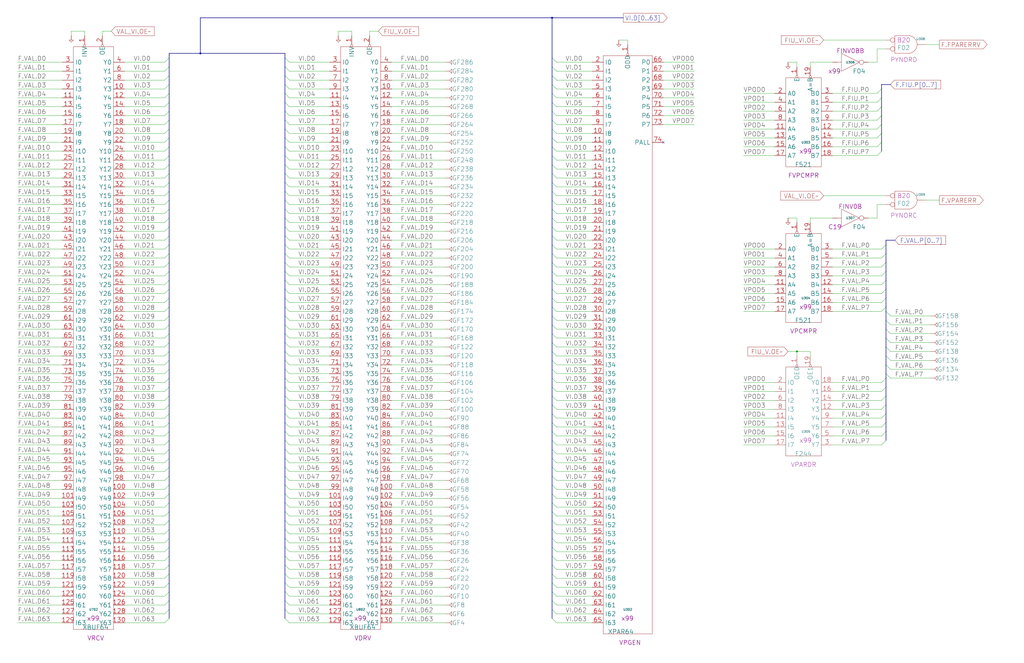
<source format=kicad_sch>
(kicad_sch (version 20230121) (generator eeschema)
  (paper "User" 584.2 378.46)
  (title_block (title "TYPE AND VAL BUS DRIVERS") (date "20-MAR-90") (rev "1.0") (comment 1 "FIU") (comment 2 "232-003065") (comment 3 "S400") (comment 4 "RELEASED"))
  (junction (at 454.66 200.66))
  (junction (at 314.96 10.16))
  (junction (at 114.3 30.48))
  (no_connect (at 378.46 81.28))
  (bus_entry (at 314.96 256.54) (size 2.54 2.54))
  (bus_entry (at 505.46 139.7) (size -2.54 2.54))
  (bus_entry (at 96.52 231.14) (size -2.54 2.54))
  (bus_entry (at 96.52 322.58) (size -2.54 2.54))
  (bus_entry (at 96.52 99.06) (size -2.54 2.54))
  (bus_entry (at 96.52 297.18) (size -2.54 2.54))
  (bus_entry (at 96.52 119.38) (size -2.54 2.54))
  (bus_entry (at 162.56 160.02) (size 2.54 2.54))
  (bus_entry (at 162.56 190.5) (size 2.54 2.54))
  (bus_entry (at 314.96 266.7) (size 2.54 2.54))
  (bus_entry (at 162.56 185.42) (size 2.54 2.54))
  (bus_entry (at 96.52 68.58) (size -2.54 2.54))
  (bus_entry (at 96.52 271.78) (size -2.54 2.54))
  (bus_entry (at 96.52 43.18) (size -2.54 2.54))
  (bus_entry (at 505.46 213.36) (size 2.54 2.54))
  (bus_entry (at 314.96 236.22) (size 2.54 2.54))
  (bus_entry (at 314.96 99.06) (size 2.54 2.54))
  (bus_entry (at 96.52 287.02) (size -2.54 2.54))
  (bus_entry (at 314.96 48.26) (size 2.54 2.54))
  (bus_entry (at 96.52 139.7) (size -2.54 2.54))
  (bus_entry (at 314.96 104.14) (size 2.54 2.54))
  (bus_entry (at 314.96 73.66) (size 2.54 2.54))
  (bus_entry (at 96.52 93.98) (size -2.54 2.54))
  (bus_entry (at 96.52 256.54) (size -2.54 2.54))
  (bus_entry (at 162.56 195.58) (size 2.54 2.54))
  (bus_entry (at 96.52 261.62) (size -2.54 2.54))
  (bus_entry (at 502.92 60.96) (size -2.54 2.54))
  (bus_entry (at 96.52 276.86) (size -2.54 2.54))
  (bus_entry (at 162.56 281.94) (size 2.54 2.54))
  (bus_entry (at 314.96 205.74) (size 2.54 2.54))
  (bus_entry (at 162.56 170.18) (size 2.54 2.54))
  (bus_entry (at 162.56 139.7) (size 2.54 2.54))
  (bus_entry (at 162.56 175.26) (size 2.54 2.54))
  (bus_entry (at 314.96 58.42) (size 2.54 2.54))
  (bus_entry (at 162.56 322.58) (size 2.54 2.54))
  (bus_entry (at 502.92 86.36) (size -2.54 2.54))
  (bus_entry (at 502.92 76.2) (size -2.54 2.54))
  (bus_entry (at 314.96 83.82) (size 2.54 2.54))
  (bus_entry (at 162.56 134.62) (size 2.54 2.54))
  (bus_entry (at 505.46 182.88) (size 2.54 2.54))
  (bus_entry (at 314.96 261.62) (size 2.54 2.54))
  (bus_entry (at 96.52 160.02) (size -2.54 2.54))
  (bus_entry (at 314.96 215.9) (size 2.54 2.54))
  (bus_entry (at 505.46 215.9) (size -2.54 2.54))
  (bus_entry (at 162.56 337.82) (size 2.54 2.54))
  (bus_entry (at 314.96 88.9) (size 2.54 2.54))
  (bus_entry (at 162.56 246.38) (size 2.54 2.54))
  (bus_entry (at 162.56 144.78) (size 2.54 2.54))
  (bus_entry (at 96.52 226.06) (size -2.54 2.54))
  (bus_entry (at 162.56 48.26) (size 2.54 2.54))
  (bus_entry (at 96.52 347.98) (size -2.54 2.54))
  (bus_entry (at 96.52 302.26) (size -2.54 2.54))
  (bus_entry (at 314.96 322.58) (size 2.54 2.54))
  (bus_entry (at 162.56 347.98) (size 2.54 2.54))
  (bus_entry (at 162.56 312.42) (size 2.54 2.54))
  (bus_entry (at 162.56 63.5) (size 2.54 2.54))
  (bus_entry (at 96.52 317.5) (size -2.54 2.54))
  (bus_entry (at 314.96 353.06) (size 2.54 2.54))
  (bus_entry (at 162.56 266.7) (size 2.54 2.54))
  (bus_entry (at 314.96 271.78) (size 2.54 2.54))
  (bus_entry (at 96.52 205.74) (size -2.54 2.54))
  (bus_entry (at 502.92 81.28) (size -2.54 2.54))
  (bus_entry (at 162.56 38.1) (size 2.54 2.54))
  (bus_entry (at 162.56 78.74) (size 2.54 2.54))
  (bus_entry (at 96.52 200.66) (size -2.54 2.54))
  (bus_entry (at 314.96 165.1) (size 2.54 2.54))
  (bus_entry (at 505.46 208.28) (size 2.54 2.54))
  (bus_entry (at 96.52 165.1) (size -2.54 2.54))
  (bus_entry (at 505.46 203.2) (size 2.54 2.54))
  (bus_entry (at 162.56 210.82) (size 2.54 2.54))
  (bus_entry (at 162.56 33.02) (size 2.54 2.54))
  (bus_entry (at 314.96 175.26) (size 2.54 2.54))
  (bus_entry (at 96.52 149.86) (size -2.54 2.54))
  (bus_entry (at 314.96 281.94) (size 2.54 2.54))
  (bus_entry (at 314.96 139.7) (size 2.54 2.54))
  (bus_entry (at 314.96 185.42) (size 2.54 2.54))
  (bus_entry (at 96.52 353.06) (size -2.54 2.54))
  (bus_entry (at 314.96 200.66) (size 2.54 2.54))
  (bus_entry (at 162.56 200.66) (size 2.54 2.54))
  (bus_entry (at 314.96 33.02) (size 2.54 2.54))
  (bus_entry (at 162.56 353.06) (size 2.54 2.54))
  (bus_entry (at 96.52 48.26) (size -2.54 2.54))
  (bus_entry (at 162.56 149.86) (size 2.54 2.54))
  (bus_entry (at 162.56 287.02) (size 2.54 2.54))
  (bus_entry (at 162.56 307.34) (size 2.54 2.54))
  (bus_entry (at 314.96 297.18) (size 2.54 2.54))
  (bus_entry (at 96.52 307.34) (size -2.54 2.54))
  (bus_entry (at 162.56 154.94) (size 2.54 2.54))
  (bus_entry (at 162.56 43.18) (size 2.54 2.54))
  (bus_entry (at 314.96 307.34) (size 2.54 2.54))
  (bus_entry (at 96.52 38.1) (size -2.54 2.54))
  (bus_entry (at 96.52 33.02) (size -2.54 2.54))
  (bus_entry (at 96.52 210.82) (size -2.54 2.54))
  (bus_entry (at 96.52 185.42) (size -2.54 2.54))
  (bus_entry (at 162.56 109.22) (size 2.54 2.54))
  (bus_entry (at 162.56 231.14) (size 2.54 2.54))
  (bus_entry (at 314.96 190.5) (size 2.54 2.54))
  (bus_entry (at 505.46 198.12) (size 2.54 2.54))
  (bus_entry (at 96.52 220.98) (size -2.54 2.54))
  (bus_entry (at 314.96 220.98) (size 2.54 2.54))
  (bus_entry (at 505.46 154.94) (size -2.54 2.54))
  (bus_entry (at 96.52 83.82) (size -2.54 2.54))
  (bus_entry (at 162.56 114.3) (size 2.54 2.54))
  (bus_entry (at 314.96 342.9) (size 2.54 2.54))
  (bus_entry (at 314.96 251.46) (size 2.54 2.54))
  (bus_entry (at 314.96 114.3) (size 2.54 2.54))
  (bus_entry (at 314.96 68.58) (size 2.54 2.54))
  (bus_entry (at 314.96 134.62) (size 2.54 2.54))
  (bus_entry (at 314.96 78.74) (size 2.54 2.54))
  (bus_entry (at 162.56 165.1) (size 2.54 2.54))
  (bus_entry (at 162.56 68.58) (size 2.54 2.54))
  (bus_entry (at 314.96 327.66) (size 2.54 2.54))
  (bus_entry (at 96.52 236.22) (size -2.54 2.54))
  (bus_entry (at 162.56 332.74) (size 2.54 2.54))
  (bus_entry (at 162.56 73.66) (size 2.54 2.54))
  (bus_entry (at 96.52 78.74) (size -2.54 2.54))
  (bus_entry (at 162.56 292.1) (size 2.54 2.54))
  (bus_entry (at 162.56 271.78) (size 2.54 2.54))
  (bus_entry (at 502.92 55.88) (size -2.54 2.54))
  (bus_entry (at 162.56 261.62) (size 2.54 2.54))
  (bus_entry (at 162.56 58.42) (size 2.54 2.54))
  (bus_entry (at 96.52 144.78) (size -2.54 2.54))
  (bus_entry (at 505.46 165.1) (size -2.54 2.54))
  (bus_entry (at 162.56 205.74) (size 2.54 2.54))
  (bus_entry (at 505.46 251.46) (size -2.54 2.54))
  (bus_entry (at 96.52 129.54) (size -2.54 2.54))
  (bus_entry (at 162.56 88.9) (size 2.54 2.54))
  (bus_entry (at 314.96 302.26) (size 2.54 2.54))
  (bus_entry (at 314.96 38.1) (size 2.54 2.54))
  (bus_entry (at 162.56 241.3) (size 2.54 2.54))
  (bus_entry (at 505.46 226.06) (size -2.54 2.54))
  (bus_entry (at 96.52 180.34) (size -2.54 2.54))
  (bus_entry (at 314.96 154.94) (size 2.54 2.54))
  (bus_entry (at 96.52 109.22) (size -2.54 2.54))
  (bus_entry (at 162.56 180.34) (size 2.54 2.54))
  (bus_entry (at 502.92 71.12) (size -2.54 2.54))
  (bus_entry (at 314.96 226.06) (size 2.54 2.54))
  (bus_entry (at 162.56 99.06) (size 2.54 2.54))
  (bus_entry (at 162.56 124.46) (size 2.54 2.54))
  (bus_entry (at 96.52 312.42) (size -2.54 2.54))
  (bus_entry (at 314.96 317.5) (size 2.54 2.54))
  (bus_entry (at 314.96 292.1) (size 2.54 2.54))
  (bus_entry (at 505.46 149.86) (size -2.54 2.54))
  (bus_entry (at 162.56 256.54) (size 2.54 2.54))
  (bus_entry (at 96.52 195.58) (size -2.54 2.54))
  (bus_entry (at 505.46 220.98) (size -2.54 2.54))
  (bus_entry (at 314.96 337.82) (size 2.54 2.54))
  (bus_entry (at 505.46 175.26) (size -2.54 2.54))
  (bus_entry (at 314.96 347.98) (size 2.54 2.54))
  (bus_entry (at 314.96 180.34) (size 2.54 2.54))
  (bus_entry (at 314.96 43.18) (size 2.54 2.54))
  (bus_entry (at 162.56 119.38) (size 2.54 2.54))
  (bus_entry (at 314.96 144.78) (size 2.54 2.54))
  (bus_entry (at 314.96 160.02) (size 2.54 2.54))
  (bus_entry (at 162.56 342.9) (size 2.54 2.54))
  (bus_entry (at 162.56 276.86) (size 2.54 2.54))
  (bus_entry (at 96.52 241.3) (size -2.54 2.54))
  (bus_entry (at 96.52 114.3) (size -2.54 2.54))
  (bus_entry (at 162.56 226.06) (size 2.54 2.54))
  (bus_entry (at 162.56 236.22) (size 2.54 2.54))
  (bus_entry (at 502.92 50.8) (size -2.54 2.54))
  (bus_entry (at 314.96 287.02) (size 2.54 2.54))
  (bus_entry (at 314.96 231.14) (size 2.54 2.54))
  (bus_entry (at 314.96 312.42) (size 2.54 2.54))
  (bus_entry (at 314.96 53.34) (size 2.54 2.54))
  (bus_entry (at 96.52 170.18) (size -2.54 2.54))
  (bus_entry (at 96.52 332.74) (size -2.54 2.54))
  (bus_entry (at 314.96 129.54) (size 2.54 2.54))
  (bus_entry (at 96.52 246.38) (size -2.54 2.54))
  (bus_entry (at 314.96 241.3) (size 2.54 2.54))
  (bus_entry (at 162.56 327.66) (size 2.54 2.54))
  (bus_entry (at 96.52 73.66) (size -2.54 2.54))
  (bus_entry (at 505.46 236.22) (size -2.54 2.54))
  (bus_entry (at 96.52 88.9) (size -2.54 2.54))
  (bus_entry (at 505.46 170.18) (size -2.54 2.54))
  (bus_entry (at 96.52 58.42) (size -2.54 2.54))
  (bus_entry (at 96.52 53.34) (size -2.54 2.54))
  (bus_entry (at 314.96 119.38) (size 2.54 2.54))
  (bus_entry (at 96.52 327.66) (size -2.54 2.54))
  (bus_entry (at 96.52 134.62) (size -2.54 2.54))
  (bus_entry (at 96.52 281.94) (size -2.54 2.54))
  (bus_entry (at 505.46 231.14) (size -2.54 2.54))
  (bus_entry (at 162.56 83.82) (size 2.54 2.54))
  (bus_entry (at 162.56 93.98) (size 2.54 2.54))
  (bus_entry (at 314.96 276.86) (size 2.54 2.54))
  (bus_entry (at 96.52 190.5) (size -2.54 2.54))
  (bus_entry (at 162.56 297.18) (size 2.54 2.54))
  (bus_entry (at 96.52 266.7) (size -2.54 2.54))
  (bus_entry (at 314.96 332.74) (size 2.54 2.54))
  (bus_entry (at 314.96 63.5) (size 2.54 2.54))
  (bus_entry (at 96.52 104.14) (size -2.54 2.54))
  (bus_entry (at 96.52 175.26) (size -2.54 2.54))
  (bus_entry (at 162.56 220.98) (size 2.54 2.54))
  (bus_entry (at 96.52 63.5) (size -2.54 2.54))
  (bus_entry (at 314.96 124.46) (size 2.54 2.54))
  (bus_entry (at 505.46 177.8) (size 2.54 2.54))
  (bus_entry (at 162.56 302.26) (size 2.54 2.54))
  (bus_entry (at 162.56 215.9) (size 2.54 2.54))
  (bus_entry (at 162.56 53.34) (size 2.54 2.54))
  (bus_entry (at 162.56 251.46) (size 2.54 2.54))
  (bus_entry (at 314.96 149.86) (size 2.54 2.54))
  (bus_entry (at 502.92 66.04) (size -2.54 2.54))
  (bus_entry (at 96.52 154.94) (size -2.54 2.54))
  (bus_entry (at 314.96 109.22) (size 2.54 2.54))
  (bus_entry (at 314.96 93.98) (size 2.54 2.54))
  (bus_entry (at 314.96 195.58) (size 2.54 2.54))
  (bus_entry (at 505.46 160.02) (size -2.54 2.54))
  (bus_entry (at 314.96 170.18) (size 2.54 2.54))
  (bus_entry (at 505.46 193.04) (size 2.54 2.54))
  (bus_entry (at 162.56 317.5) (size 2.54 2.54))
  (bus_entry (at 96.52 124.46) (size -2.54 2.54))
  (bus_entry (at 505.46 144.78) (size -2.54 2.54))
  (bus_entry (at 162.56 104.14) (size 2.54 2.54))
  (bus_entry (at 96.52 292.1) (size -2.54 2.54))
  (bus_entry (at 162.56 129.54) (size 2.54 2.54))
  (bus_entry (at 314.96 246.38) (size 2.54 2.54))
  (bus_entry (at 314.96 210.82) (size 2.54 2.54))
  (bus_entry (at 96.52 215.9) (size -2.54 2.54))
  (bus_entry (at 96.52 251.46) (size -2.54 2.54))
  (bus_entry (at 96.52 342.9) (size -2.54 2.54))
  (bus_entry (at 505.46 246.38) (size -2.54 2.54))
  (bus_entry (at 505.46 187.96) (size 2.54 2.54))
  (bus_entry (at 505.46 241.3) (size -2.54 2.54))
  (bus_entry (at 96.52 337.82) (size -2.54 2.54))
  (bus (pts (xy 96.52 124.46) (xy 96.52 129.54)))
  (wire (pts (xy 495.3 124.46) (xy 500.38 124.46)))
  (wire (pts (xy 254 172.72) (xy 223.52 172.72)))
  (wire (pts (xy 187.96 254) (xy 165.1 254)))
  (wire (pts (xy 317.5 264.16) (xy 337.82 264.16)))
  (bus (pts (xy 314.96 43.18) (xy 314.96 48.26)))
  (bus (pts (xy 162.56 297.18) (xy 162.56 302.26)))
  (bus (pts (xy 162.56 124.46) (xy 162.56 129.54)))
  (wire (pts (xy 424.18 218.44) (xy 441.96 218.44)))
  (wire (pts (xy 71.12 269.24) (xy 93.98 269.24)))
  (wire (pts (xy 317.5 167.64) (xy 337.82 167.64)))
  (wire (pts (xy 10.16 60.96) (xy 35.56 60.96)))
  (wire (pts (xy 317.5 299.72) (xy 337.82 299.72)))
  (wire (pts (xy 10.16 325.12) (xy 35.56 325.12)))
  (wire (pts (xy 317.5 355.6) (xy 337.82 355.6)))
  (wire (pts (xy 10.16 218.44) (xy 35.56 218.44)))
  (bus (pts (xy 162.56 160.02) (xy 162.56 165.1)))
  (wire (pts (xy 317.5 314.96) (xy 337.82 314.96)))
  (wire (pts (xy 317.5 269.24) (xy 337.82 269.24)))
  (wire (pts (xy 71.12 325.12) (xy 93.98 325.12)))
  (wire (pts (xy 441.96 63.5) (xy 424.18 63.5)))
  (wire (pts (xy 187.96 325.12) (xy 165.1 325.12)))
  (wire (pts (xy 71.12 299.72) (xy 93.98 299.72)))
  (wire (pts (xy 187.96 86.36) (xy 165.1 86.36)))
  (bus (pts (xy 96.52 139.7) (xy 96.52 144.78)))
  (bus (pts (xy 162.56 99.06) (xy 162.56 104.14)))
  (bus (pts (xy 505.46 203.2) (xy 505.46 208.28)))
  (wire (pts (xy 254 76.2) (xy 223.52 76.2)))
  (bus (pts (xy 314.96 266.7) (xy 314.96 271.78)))
  (wire (pts (xy 474.98 254) (xy 502.92 254)))
  (wire (pts (xy 71.12 35.56) (xy 93.98 35.56)))
  (bus (pts (xy 162.56 271.78) (xy 162.56 276.86)))
  (wire (pts (xy 254 284.48) (xy 223.52 284.48)))
  (wire (pts (xy 317.5 66.04) (xy 337.82 66.04)))
  (bus (pts (xy 96.52 261.62) (xy 96.52 266.7)))
  (wire (pts (xy 187.96 101.6) (xy 165.1 101.6)))
  (bus (pts (xy 162.56 246.38) (xy 162.56 251.46)))
  (wire (pts (xy 317.5 172.72) (xy 337.82 172.72)))
  (wire (pts (xy 254 254) (xy 223.52 254)))
  (wire (pts (xy 187.96 91.44) (xy 165.1 91.44)))
  (wire (pts (xy 193.04 20.32) (xy 193.04 17.78)))
  (wire (pts (xy 500.38 58.42) (xy 474.98 58.42)))
  (bus (pts (xy 314.96 256.54) (xy 314.96 261.62)))
  (wire (pts (xy 10.16 340.36) (xy 35.56 340.36)))
  (wire (pts (xy 10.16 243.84) (xy 35.56 243.84)))
  (wire (pts (xy 10.16 350.52) (xy 35.56 350.52)))
  (bus (pts (xy 162.56 327.66) (xy 162.56 332.74)))
  (wire (pts (xy 462.28 124.46) (xy 474.98 124.46)))
  (wire (pts (xy 424.18 254) (xy 441.96 254)))
  (bus (pts (xy 96.52 63.5) (xy 96.52 68.58)))
  (bus (pts (xy 314.96 104.14) (xy 314.96 109.22)))
  (bus (pts (xy 162.56 78.74) (xy 162.56 83.82)))
  (wire (pts (xy 254 91.44) (xy 223.52 91.44)))
  (wire (pts (xy 71.12 208.28) (xy 93.98 208.28)))
  (wire (pts (xy 215.9 17.78) (xy 210.82 17.78)))
  (wire (pts (xy 71.12 50.8) (xy 93.98 50.8)))
  (wire (pts (xy 424.18 243.84) (xy 441.96 243.84)))
  (bus (pts (xy 96.52 287.02) (xy 96.52 292.1)))
  (wire (pts (xy 200.66 17.78) (xy 200.66 20.32)))
  (wire (pts (xy 317.5 279.4) (xy 337.82 279.4)))
  (wire (pts (xy 254 233.68) (xy 223.52 233.68)))
  (wire (pts (xy 254 198.12) (xy 223.52 198.12)))
  (bus (pts (xy 96.52 302.26) (xy 96.52 307.34)))
  (wire (pts (xy 71.12 314.96) (xy 93.98 314.96)))
  (wire (pts (xy 187.96 274.32) (xy 165.1 274.32)))
  (bus (pts (xy 96.52 73.66) (xy 96.52 78.74)))
  (wire (pts (xy 10.16 162.56) (xy 35.56 162.56)))
  (bus (pts (xy 162.56 48.26) (xy 162.56 53.34)))
  (bus (pts (xy 96.52 119.38) (xy 96.52 124.46)))
  (wire (pts (xy 10.16 152.4) (xy 35.56 152.4)))
  (bus (pts (xy 505.46 139.7) (xy 505.46 144.78)))
  (wire (pts (xy 254 269.24) (xy 223.52 269.24)))
  (bus (pts (xy 96.52 43.18) (xy 96.52 48.26)))
  (wire (pts (xy 71.12 259.08) (xy 93.98 259.08)))
  (wire (pts (xy 317.5 208.28) (xy 337.82 208.28)))
  (wire (pts (xy 254 106.68) (xy 223.52 106.68)))
  (bus (pts (xy 502.92 55.88) (xy 502.92 60.96)))
  (wire (pts (xy 508 185.42) (xy 530.86 185.42)))
  (wire (pts (xy 474.98 248.92) (xy 502.92 248.92)))
  (wire (pts (xy 71.12 330.2) (xy 93.98 330.2)))
  (bus (pts (xy 314.96 58.42) (xy 314.96 63.5)))
  (wire (pts (xy 454.66 38.1) (xy 454.66 35.56)))
  (wire (pts (xy 10.16 50.8) (xy 35.56 50.8)))
  (wire (pts (xy 502.92 172.72) (xy 474.98 172.72)))
  (wire (pts (xy 10.16 172.72) (xy 35.56 172.72)))
  (wire (pts (xy 187.96 213.36) (xy 165.1 213.36)))
  (bus (pts (xy 162.56 195.58) (xy 162.56 200.66)))
  (bus (pts (xy 314.96 180.34) (xy 314.96 185.42)))
  (wire (pts (xy 187.96 182.88) (xy 165.1 182.88)))
  (wire (pts (xy 317.5 40.64) (xy 337.82 40.64)))
  (bus (pts (xy 96.52 276.86) (xy 96.52 281.94)))
  (bus (pts (xy 162.56 149.86) (xy 162.56 154.94)))
  (wire (pts (xy 254 45.72) (xy 223.52 45.72)))
  (wire (pts (xy 317.5 91.44) (xy 337.82 91.44)))
  (bus (pts (xy 96.52 200.66) (xy 96.52 205.74)))
  (bus (pts (xy 96.52 347.98) (xy 96.52 353.06)))
  (bus (pts (xy 505.46 246.38) (xy 505.46 251.46)))
  (wire (pts (xy 10.16 213.36) (xy 35.56 213.36)))
  (wire (pts (xy 187.96 299.72) (xy 165.1 299.72)))
  (bus (pts (xy 162.56 190.5) (xy 162.56 195.58)))
  (bus (pts (xy 96.52 215.9) (xy 96.52 220.98)))
  (wire (pts (xy 58.42 17.78) (xy 58.42 20.32)))
  (bus (pts (xy 96.52 33.02) (xy 96.52 38.1)))
  (wire (pts (xy 254 111.76) (xy 223.52 111.76)))
  (wire (pts (xy 254 248.92) (xy 223.52 248.92)))
  (bus (pts (xy 314.96 119.38) (xy 314.96 124.46)))
  (wire (pts (xy 71.12 233.68) (xy 93.98 233.68)))
  (bus (pts (xy 162.56 104.14) (xy 162.56 109.22)))
  (bus (pts (xy 505.46 226.06) (xy 505.46 231.14)))
  (bus (pts (xy 96.52 114.3) (xy 96.52 119.38)))
  (bus (pts (xy 162.56 342.9) (xy 162.56 347.98)))
  (wire (pts (xy 424.18 233.68) (xy 441.96 233.68)))
  (wire (pts (xy 40.64 17.78) (xy 48.26 17.78)))
  (wire (pts (xy 317.5 162.56) (xy 337.82 162.56)))
  (wire (pts (xy 187.96 177.8) (xy 165.1 177.8)))
  (bus (pts (xy 314.96 297.18) (xy 314.96 302.26)))
  (wire (pts (xy 469.9 111.76) (xy 505.46 111.76)))
  (wire (pts (xy 187.96 162.56) (xy 165.1 162.56)))
  (wire (pts (xy 71.12 187.96) (xy 93.98 187.96)))
  (bus (pts (xy 505.46 175.26) (xy 505.46 177.8)))
  (wire (pts (xy 187.96 248.92) (xy 165.1 248.92)))
  (wire (pts (xy 317.5 187.96) (xy 337.82 187.96)))
  (wire (pts (xy 71.12 254) (xy 93.98 254)))
  (wire (pts (xy 500.38 83.82) (xy 474.98 83.82)))
  (wire (pts (xy 71.12 248.92) (xy 93.98 248.92)))
  (bus (pts (xy 314.96 220.98) (xy 314.96 226.06)))
  (wire (pts (xy 254 167.64) (xy 223.52 167.64)))
  (wire (pts (xy 454.66 200.66) (xy 449.58 200.66)))
  (wire (pts (xy 187.96 106.68) (xy 165.1 106.68)))
  (bus (pts (xy 96.52 68.58) (xy 96.52 73.66)))
  (wire (pts (xy 71.12 172.72) (xy 93.98 172.72)))
  (wire (pts (xy 317.5 116.84) (xy 337.82 116.84)))
  (bus (pts (xy 96.52 297.18) (xy 96.52 302.26)))
  (wire (pts (xy 441.96 142.24) (xy 424.18 142.24)))
  (wire (pts (xy 254 279.4) (xy 223.52 279.4)))
  (wire (pts (xy 441.96 68.58) (xy 424.18 68.58)))
  (wire (pts (xy 187.96 284.48) (xy 165.1 284.48)))
  (wire (pts (xy 254 314.96) (xy 223.52 314.96)))
  (bus (pts (xy 162.56 266.7) (xy 162.56 271.78)))
  (wire (pts (xy 10.16 304.8) (xy 35.56 304.8)))
  (wire (pts (xy 71.12 355.6) (xy 93.98 355.6)))
  (wire (pts (xy 187.96 345.44) (xy 165.1 345.44)))
  (wire (pts (xy 10.16 187.96) (xy 35.56 187.96)))
  (bus (pts (xy 162.56 144.78) (xy 162.56 149.86)))
  (wire (pts (xy 71.12 223.52) (xy 93.98 223.52)))
  (wire (pts (xy 317.5 218.44) (xy 337.82 218.44)))
  (bus (pts (xy 96.52 195.58) (xy 96.52 200.66)))
  (wire (pts (xy 71.12 213.36) (xy 93.98 213.36)))
  (wire (pts (xy 10.16 203.2) (xy 35.56 203.2)))
  (wire (pts (xy 71.12 81.28) (xy 93.98 81.28)))
  (wire (pts (xy 71.12 203.2) (xy 93.98 203.2)))
  (wire (pts (xy 500.38 124.46) (xy 500.38 116.84)))
  (wire (pts (xy 317.5 320.04) (xy 337.82 320.04)))
  (wire (pts (xy 462.28 200.66) (xy 454.66 200.66)))
  (bus (pts (xy 162.56 287.02) (xy 162.56 292.1)))
  (wire (pts (xy 508 180.34) (xy 530.86 180.34)))
  (wire (pts (xy 502.92 142.24) (xy 474.98 142.24)))
  (wire (pts (xy 317.5 127) (xy 337.82 127)))
  (wire (pts (xy 462.28 38.1) (xy 462.28 35.56)))
  (wire (pts (xy 254 116.84) (xy 223.52 116.84)))
  (wire (pts (xy 10.16 177.8) (xy 35.56 177.8)))
  (bus (pts (xy 96.52 226.06) (xy 96.52 231.14)))
  (wire (pts (xy 254 213.36) (xy 223.52 213.36)))
  (wire (pts (xy 187.96 264.16) (xy 165.1 264.16)))
  (wire (pts (xy 71.12 76.2) (xy 93.98 76.2)))
  (bus (pts (xy 162.56 165.1) (xy 162.56 170.18)))
  (wire (pts (xy 10.16 254) (xy 35.56 254)))
  (wire (pts (xy 254 177.8) (xy 223.52 177.8)))
  (wire (pts (xy 10.16 66.04) (xy 35.56 66.04)))
  (wire (pts (xy 424.18 228.6) (xy 441.96 228.6)))
  (wire (pts (xy 187.96 289.56) (xy 165.1 289.56)))
  (bus (pts (xy 162.56 185.42) (xy 162.56 190.5)))
  (wire (pts (xy 10.16 309.88) (xy 35.56 309.88)))
  (bus (pts (xy 162.56 261.62) (xy 162.56 266.7)))
  (bus (pts (xy 162.56 332.74) (xy 162.56 337.82)))
  (wire (pts (xy 71.12 127) (xy 93.98 127)))
  (wire (pts (xy 500.38 53.34) (xy 474.98 53.34)))
  (bus (pts (xy 314.96 195.58) (xy 314.96 200.66)))
  (bus (pts (xy 162.56 88.9) (xy 162.56 93.98)))
  (bus (pts (xy 314.96 170.18) (xy 314.96 175.26)))
  (wire (pts (xy 462.28 203.2) (xy 462.28 200.66)))
  (bus (pts (xy 314.96 160.02) (xy 314.96 165.1)))
  (wire (pts (xy 454.66 35.56) (xy 449.58 35.56)))
  (wire (pts (xy 254 187.96) (xy 223.52 187.96)))
  (bus (pts (xy 314.96 124.46) (xy 314.96 129.54)))
  (wire (pts (xy 10.16 157.48) (xy 35.56 157.48)))
  (bus (pts (xy 314.96 251.46) (xy 314.96 256.54)))
  (bus (pts (xy 162.56 205.74) (xy 162.56 210.82)))
  (bus (pts (xy 162.56 43.18) (xy 162.56 48.26)))
  (wire (pts (xy 10.16 182.88) (xy 35.56 182.88)))
  (bus (pts (xy 314.96 93.98) (xy 314.96 99.06)))
  (wire (pts (xy 187.96 132.08) (xy 165.1 132.08)))
  (bus (pts (xy 314.96 99.06) (xy 314.96 104.14)))
  (wire (pts (xy 317.5 121.92) (xy 337.82 121.92)))
  (wire (pts (xy 441.96 162.56) (xy 424.18 162.56)))
  (wire (pts (xy 187.96 269.24) (xy 165.1 269.24)))
  (bus (pts (xy 505.46 198.12) (xy 505.46 203.2)))
  (bus (pts (xy 162.56 337.82) (xy 162.56 342.9)))
  (bus (pts (xy 505.46 187.96) (xy 505.46 193.04)))
  (wire (pts (xy 317.5 203.2) (xy 337.82 203.2)))
  (wire (pts (xy 10.16 40.64) (xy 35.56 40.64)))
  (wire (pts (xy 317.5 304.8) (xy 337.82 304.8)))
  (bus (pts (xy 96.52 109.22) (xy 96.52 114.3)))
  (wire (pts (xy 187.96 193.04) (xy 165.1 193.04)))
  (bus (pts (xy 96.52 83.82) (xy 96.52 88.9)))
  (wire (pts (xy 474.98 228.6) (xy 502.92 228.6)))
  (wire (pts (xy 71.12 167.64) (xy 93.98 167.64)))
  (bus (pts (xy 96.52 104.14) (xy 96.52 109.22)))
  (wire (pts (xy 254 121.92) (xy 223.52 121.92)))
  (bus (pts (xy 314.96 139.7) (xy 314.96 144.78)))
  (bus (pts (xy 314.96 236.22) (xy 314.96 241.3)))
  (wire (pts (xy 10.16 233.68) (xy 35.56 233.68)))
  (wire (pts (xy 71.12 177.8) (xy 93.98 177.8)))
  (wire (pts (xy 500.38 73.66) (xy 474.98 73.66)))
  (bus (pts (xy 162.56 58.42) (xy 162.56 63.5)))
  (wire (pts (xy 254 35.56) (xy 223.52 35.56)))
  (wire (pts (xy 317.5 132.08) (xy 337.82 132.08)))
  (wire (pts (xy 254 101.6) (xy 223.52 101.6)))
  (wire (pts (xy 254 330.2) (xy 223.52 330.2)))
  (wire (pts (xy 10.16 269.24) (xy 35.56 269.24)))
  (bus (pts (xy 96.52 317.5) (xy 96.52 322.58)))
  (wire (pts (xy 441.96 172.72) (xy 424.18 172.72)))
  (wire (pts (xy 71.12 350.52) (xy 93.98 350.52)))
  (wire (pts (xy 317.5 182.88) (xy 337.82 182.88)))
  (wire (pts (xy 502.92 152.4) (xy 474.98 152.4)))
  (wire (pts (xy 502.92 177.8) (xy 474.98 177.8)))
  (wire (pts (xy 254 345.44) (xy 223.52 345.44)))
  (wire (pts (xy 10.16 274.32) (xy 35.56 274.32)))
  (bus (pts (xy 162.56 231.14) (xy 162.56 236.22)))
  (bus (pts (xy 162.56 180.34) (xy 162.56 185.42)))
  (bus (pts (xy 96.52 134.62) (xy 96.52 139.7)))
  (wire (pts (xy 508 205.74) (xy 530.86 205.74)))
  (bus (pts (xy 162.56 317.5) (xy 162.56 322.58)))
  (wire (pts (xy 500.38 78.74) (xy 474.98 78.74)))
  (wire (pts (xy 10.16 45.72) (xy 35.56 45.72)))
  (wire (pts (xy 71.12 309.88) (xy 93.98 309.88)))
  (wire (pts (xy 187.96 218.44) (xy 165.1 218.44)))
  (bus (pts (xy 314.96 347.98) (xy 314.96 353.06)))
  (wire (pts (xy 378.46 45.72) (xy 396.24 45.72)))
  (wire (pts (xy 317.5 81.28) (xy 337.82 81.28)))
  (bus (pts (xy 96.52 78.74) (xy 96.52 83.82)))
  (wire (pts (xy 187.96 228.6) (xy 165.1 228.6)))
  (wire (pts (xy 71.12 238.76) (xy 93.98 238.76)))
  (wire (pts (xy 10.16 335.28) (xy 35.56 335.28)))
  (wire (pts (xy 500.38 116.84) (xy 505.46 116.84)))
  (wire (pts (xy 254 208.28) (xy 223.52 208.28)))
  (bus (pts (xy 355.6 10.16) (xy 314.96 10.16)))
  (wire (pts (xy 254 238.76) (xy 223.52 238.76)))
  (bus (pts (xy 162.56 68.58) (xy 162.56 73.66)))
  (wire (pts (xy 254 157.48) (xy 223.52 157.48)))
  (wire (pts (xy 254 320.04) (xy 223.52 320.04)))
  (wire (pts (xy 508 195.58) (xy 530.86 195.58)))
  (bus (pts (xy 505.46 182.88) (xy 505.46 187.96)))
  (wire (pts (xy 317.5 309.88) (xy 337.82 309.88)))
  (bus (pts (xy 96.52 185.42) (xy 96.52 190.5)))
  (wire (pts (xy 378.46 35.56) (xy 396.24 35.56)))
  (bus (pts (xy 314.96 276.86) (xy 314.96 281.94)))
  (wire (pts (xy 71.12 66.04) (xy 93.98 66.04)))
  (wire (pts (xy 317.5 330.2) (xy 337.82 330.2)))
  (bus (pts (xy 314.96 312.42) (xy 314.96 317.5)))
  (wire (pts (xy 474.98 238.76) (xy 502.92 238.76)))
  (bus (pts (xy 162.56 215.9) (xy 162.56 220.98)))
  (wire (pts (xy 317.5 142.24) (xy 337.82 142.24)))
  (wire (pts (xy 71.12 198.12) (xy 93.98 198.12)))
  (wire (pts (xy 71.12 116.84) (xy 93.98 116.84)))
  (wire (pts (xy 10.16 91.44) (xy 35.56 91.44)))
  (wire (pts (xy 10.16 86.36) (xy 35.56 86.36)))
  (bus (pts (xy 502.92 60.96) (xy 502.92 66.04)))
  (bus (pts (xy 96.52 307.34) (xy 96.52 312.42)))
  (wire (pts (xy 317.5 152.4) (xy 337.82 152.4)))
  (bus (pts (xy 162.56 109.22) (xy 162.56 114.3)))
  (bus (pts (xy 96.52 231.14) (xy 96.52 236.22)))
  (wire (pts (xy 10.16 137.16) (xy 35.56 137.16)))
  (wire (pts (xy 71.12 157.48) (xy 93.98 157.48)))
  (wire (pts (xy 317.5 223.52) (xy 337.82 223.52)))
  (wire (pts (xy 10.16 111.76) (xy 35.56 111.76)))
  (wire (pts (xy 500.38 35.56) (xy 500.38 27.94)))
  (wire (pts (xy 71.12 111.76) (xy 93.98 111.76)))
  (wire (pts (xy 317.5 198.12) (xy 337.82 198.12)))
  (bus (pts (xy 96.52 220.98) (xy 96.52 226.06)))
  (wire (pts (xy 441.96 83.82) (xy 424.18 83.82)))
  (wire (pts (xy 71.12 340.36) (xy 93.98 340.36)))
  (wire (pts (xy 187.96 172.72) (xy 165.1 172.72)))
  (wire (pts (xy 441.96 157.48) (xy 424.18 157.48)))
  (wire (pts (xy 500.38 68.58) (xy 474.98 68.58)))
  (bus (pts (xy 505.46 215.9) (xy 505.46 220.98)))
  (bus (pts (xy 314.96 246.38) (xy 314.96 251.46)))
  (wire (pts (xy 317.5 233.68) (xy 337.82 233.68)))
  (wire (pts (xy 10.16 142.24) (xy 35.56 142.24)))
  (bus (pts (xy 314.96 292.1) (xy 314.96 297.18)))
  (bus (pts (xy 162.56 170.18) (xy 162.56 175.26)))
  (bus (pts (xy 162.56 322.58) (xy 162.56 327.66)))
  (wire (pts (xy 10.16 106.68) (xy 35.56 106.68)))
  (wire (pts (xy 378.46 66.04) (xy 396.24 66.04)))
  (wire (pts (xy 10.16 279.4) (xy 35.56 279.4)))
  (wire (pts (xy 317.5 147.32) (xy 337.82 147.32)))
  (wire (pts (xy 10.16 55.88) (xy 35.56 55.88)))
  (bus (pts (xy 114.3 10.16) (xy 114.3 30.48)))
  (bus (pts (xy 96.52 256.54) (xy 96.52 261.62)))
  (wire (pts (xy 317.5 259.08) (xy 337.82 259.08)))
  (wire (pts (xy 71.12 137.16) (xy 93.98 137.16)))
  (wire (pts (xy 187.96 279.4) (xy 165.1 279.4)))
  (wire (pts (xy 10.16 259.08) (xy 35.56 259.08)))
  (bus (pts (xy 96.52 160.02) (xy 96.52 165.1)))
  (wire (pts (xy 71.12 182.88) (xy 93.98 182.88)))
  (wire (pts (xy 10.16 81.28) (xy 35.56 81.28)))
  (bus (pts (xy 162.56 302.26) (xy 162.56 307.34)))
  (bus (pts (xy 314.96 205.74) (xy 314.96 210.82)))
  (wire (pts (xy 71.12 132.08) (xy 93.98 132.08)))
  (bus (pts (xy 96.52 48.26) (xy 96.52 53.34)))
  (wire (pts (xy 40.64 20.32) (xy 40.64 17.78)))
  (bus (pts (xy 96.52 327.66) (xy 96.52 332.74)))
  (bus (pts (xy 314.96 109.22) (xy 314.96 114.3)))
  (bus (pts (xy 96.52 30.48) (xy 114.3 30.48)))
  (wire (pts (xy 71.12 218.44) (xy 93.98 218.44)))
  (wire (pts (xy 10.16 35.56) (xy 35.56 35.56)))
  (wire (pts (xy 187.96 340.36) (xy 165.1 340.36)))
  (wire (pts (xy 317.5 55.88) (xy 337.82 55.88)))
  (bus (pts (xy 314.96 322.58) (xy 314.96 327.66)))
  (bus (pts (xy 314.96 307.34) (xy 314.96 312.42)))
  (wire (pts (xy 454.66 127) (xy 454.66 124.46)))
  (wire (pts (xy 187.96 157.48) (xy 165.1 157.48)))
  (wire (pts (xy 254 152.4) (xy 223.52 152.4)))
  (bus (pts (xy 162.56 63.5) (xy 162.56 68.58)))
  (wire (pts (xy 254 335.28) (xy 223.52 335.28)))
  (bus (pts (xy 314.96 241.3) (xy 314.96 246.38)))
  (wire (pts (xy 187.96 76.2) (xy 165.1 76.2)))
  (bus (pts (xy 162.56 281.94) (xy 162.56 287.02)))
  (wire (pts (xy 254 274.32) (xy 223.52 274.32)))
  (bus (pts (xy 510.54 137.16) (xy 505.46 137.16)))
  (wire (pts (xy 10.16 264.16) (xy 35.56 264.16)))
  (wire (pts (xy 508 190.5) (xy 530.86 190.5)))
  (wire (pts (xy 254 162.56) (xy 223.52 162.56)))
  (bus (pts (xy 314.96 88.9) (xy 314.96 93.98)))
  (wire (pts (xy 71.12 40.64) (xy 93.98 40.64)))
  (wire (pts (xy 71.12 121.92) (xy 93.98 121.92)))
  (wire (pts (xy 187.96 81.28) (xy 165.1 81.28)))
  (wire (pts (xy 317.5 254) (xy 337.82 254)))
  (bus (pts (xy 96.52 251.46) (xy 96.52 256.54)))
  (wire (pts (xy 187.96 66.04) (xy 165.1 66.04)))
  (wire (pts (xy 71.12 96.52) (xy 93.98 96.52)))
  (wire (pts (xy 10.16 284.48) (xy 35.56 284.48)))
  (wire (pts (xy 10.16 127) (xy 35.56 127)))
  (bus (pts (xy 502.92 71.12) (xy 502.92 76.2)))
  (bus (pts (xy 96.52 337.82) (xy 96.52 342.9)))
  (wire (pts (xy 500.38 88.9) (xy 474.98 88.9)))
  (wire (pts (xy 187.96 142.24) (xy 165.1 142.24)))
  (wire (pts (xy 187.96 208.28) (xy 165.1 208.28)))
  (bus (pts (xy 314.96 114.3) (xy 314.96 119.38)))
  (wire (pts (xy 10.16 76.2) (xy 35.56 76.2)))
  (wire (pts (xy 317.5 101.6) (xy 337.82 101.6)))
  (wire (pts (xy 317.5 137.16) (xy 337.82 137.16)))
  (wire (pts (xy 71.12 162.56) (xy 93.98 162.56)))
  (wire (pts (xy 317.5 294.64) (xy 337.82 294.64)))
  (wire (pts (xy 71.12 335.28) (xy 93.98 335.28)))
  (wire (pts (xy 254 264.16) (xy 223.52 264.16)))
  (bus (pts (xy 162.56 154.94) (xy 162.56 160.02)))
  (wire (pts (xy 254 289.56) (xy 223.52 289.56)))
  (wire (pts (xy 63.5 17.78) (xy 58.42 17.78)))
  (wire (pts (xy 317.5 274.32) (xy 337.82 274.32)))
  (bus (pts (xy 96.52 30.48) (xy 96.52 33.02)))
  (wire (pts (xy 254 50.8) (xy 223.52 50.8)))
  (wire (pts (xy 71.12 274.32) (xy 93.98 274.32)))
  (wire (pts (xy 454.66 203.2) (xy 454.66 200.66)))
  (wire (pts (xy 71.12 142.24) (xy 93.98 142.24)))
  (bus (pts (xy 162.56 312.42) (xy 162.56 317.5)))
  (wire (pts (xy 187.96 309.88) (xy 165.1 309.88)))
  (wire (pts (xy 254 96.52) (xy 223.52 96.52)))
  (wire (pts (xy 71.12 152.4) (xy 93.98 152.4)))
  (bus (pts (xy 314.96 175.26) (xy 314.96 180.34)))
  (wire (pts (xy 187.96 167.64) (xy 165.1 167.64)))
  (wire (pts (xy 317.5 45.72) (xy 337.82 45.72)))
  (wire (pts (xy 71.12 243.84) (xy 93.98 243.84)))
  (bus (pts (xy 505.46 154.94) (xy 505.46 160.02)))
  (wire (pts (xy 10.16 289.56) (xy 35.56 289.56)))
  (wire (pts (xy 317.5 213.36) (xy 337.82 213.36)))
  (wire (pts (xy 254 350.52) (xy 223.52 350.52)))
  (wire (pts (xy 10.16 96.52) (xy 35.56 96.52)))
  (wire (pts (xy 317.5 96.52) (xy 337.82 96.52)))
  (bus (pts (xy 96.52 165.1) (xy 96.52 170.18)))
  (bus (pts (xy 162.56 134.62) (xy 162.56 139.7)))
  (bus (pts (xy 162.56 93.98) (xy 162.56 99.06)))
  (bus (pts (xy 114.3 30.48) (xy 162.56 30.48)))
  (wire (pts (xy 187.96 71.12) (xy 165.1 71.12)))
  (bus (pts (xy 162.56 73.66) (xy 162.56 78.74)))
  (wire (pts (xy 71.12 106.68) (xy 93.98 106.68)))
  (bus (pts (xy 314.96 129.54) (xy 314.96 134.62)))
  (wire (pts (xy 71.12 228.6) (xy 93.98 228.6)))
  (wire (pts (xy 10.16 223.52) (xy 35.56 223.52)))
  (wire (pts (xy 71.12 91.44) (xy 93.98 91.44)))
  (wire (pts (xy 528.32 114.3) (xy 535.94 114.3)))
  (wire (pts (xy 474.98 223.52) (xy 502.92 223.52)))
  (bus (pts (xy 505.46 165.1) (xy 505.46 170.18)))
  (bus (pts (xy 314.96 68.58) (xy 314.96 73.66)))
  (bus (pts (xy 162.56 175.26) (xy 162.56 180.34)))
  (wire (pts (xy 317.5 228.6) (xy 337.82 228.6)))
  (wire (pts (xy 254 218.44) (xy 223.52 218.44)))
  (bus (pts (xy 314.96 144.78) (xy 314.96 149.86)))
  (wire (pts (xy 441.96 147.32) (xy 424.18 147.32)))
  (wire (pts (xy 254 55.88) (xy 223.52 55.88)))
  (wire (pts (xy 187.96 96.52) (xy 165.1 96.52)))
  (bus (pts (xy 162.56 114.3) (xy 162.56 119.38)))
  (wire (pts (xy 254 60.96) (xy 223.52 60.96)))
  (wire (pts (xy 317.5 340.36) (xy 337.82 340.36)))
  (wire (pts (xy 254 182.88) (xy 223.52 182.88)))
  (wire (pts (xy 10.16 132.08) (xy 35.56 132.08)))
  (bus (pts (xy 502.92 76.2) (xy 502.92 81.28)))
  (bus (pts (xy 314.96 73.66) (xy 314.96 78.74)))
  (wire (pts (xy 254 86.36) (xy 223.52 86.36)))
  (wire (pts (xy 317.5 177.8) (xy 337.82 177.8)))
  (bus (pts (xy 314.96 83.82) (xy 314.96 88.9)))
  (bus (pts (xy 314.96 78.74) (xy 314.96 83.82)))
  (wire (pts (xy 10.16 101.6) (xy 35.56 101.6)))
  (bus (pts (xy 96.52 58.42) (xy 96.52 63.5)))
  (bus (pts (xy 314.96 327.66) (xy 314.96 332.74)))
  (wire (pts (xy 254 304.8) (xy 223.52 304.8)))
  (wire (pts (xy 317.5 76.2) (xy 337.82 76.2)))
  (wire (pts (xy 187.96 320.04) (xy 165.1 320.04)))
  (wire (pts (xy 254 66.04) (xy 223.52 66.04)))
  (bus (pts (xy 162.56 256.54) (xy 162.56 261.62)))
  (bus (pts (xy 505.46 137.16) (xy 505.46 139.7)))
  (wire (pts (xy 187.96 259.08) (xy 165.1 259.08)))
  (bus (pts (xy 505.46 177.8) (xy 505.46 182.88)))
  (wire (pts (xy 187.96 304.8) (xy 165.1 304.8)))
  (wire (pts (xy 254 137.16) (xy 223.52 137.16)))
  (wire (pts (xy 187.96 127) (xy 165.1 127)))
  (bus (pts (xy 96.52 129.54) (xy 96.52 134.62)))
  (wire (pts (xy 317.5 157.48) (xy 337.82 157.48)))
  (wire (pts (xy 187.96 55.88) (xy 165.1 55.88)))
  (wire (pts (xy 500.38 27.94) (xy 505.46 27.94)))
  (wire (pts (xy 508 200.66) (xy 530.86 200.66)))
  (bus (pts (xy 314.96 10.16) (xy 114.3 10.16)))
  (bus (pts (xy 505.46 220.98) (xy 505.46 226.06)))
  (bus (pts (xy 505.46 241.3) (xy 505.46 246.38)))
  (bus (pts (xy 314.96 149.86) (xy 314.96 154.94)))
  (bus (pts (xy 314.96 200.66) (xy 314.96 205.74)))
  (wire (pts (xy 317.5 111.76) (xy 337.82 111.76)))
  (bus (pts (xy 162.56 129.54) (xy 162.56 134.62)))
  (wire (pts (xy 378.46 60.96) (xy 396.24 60.96)))
  (wire (pts (xy 502.92 162.56) (xy 474.98 162.56)))
  (wire (pts (xy 358.14 25.4) (xy 358.14 22.86)))
  (bus (pts (xy 162.56 83.82) (xy 162.56 88.9)))
  (bus (pts (xy 505.46 170.18) (xy 505.46 175.26)))
  (wire (pts (xy 71.12 284.48) (xy 93.98 284.48)))
  (wire (pts (xy 71.12 193.04) (xy 93.98 193.04)))
  (bus (pts (xy 502.92 66.04) (xy 502.92 71.12)))
  (wire (pts (xy 187.96 40.64) (xy 165.1 40.64)))
  (bus (pts (xy 96.52 236.22) (xy 96.52 241.3)))
  (bus (pts (xy 96.52 190.5) (xy 96.52 195.58)))
  (wire (pts (xy 71.12 55.88) (xy 93.98 55.88)))
  (wire (pts (xy 508 210.82) (xy 530.86 210.82)))
  (wire (pts (xy 187.96 294.64) (xy 165.1 294.64)))
  (bus (pts (xy 96.52 154.94) (xy 96.52 160.02)))
  (wire (pts (xy 317.5 350.52) (xy 337.82 350.52)))
  (wire (pts (xy 187.96 137.16) (xy 165.1 137.16)))
  (bus (pts (xy 314.96 33.02) (xy 314.96 38.1)))
  (wire (pts (xy 469.9 22.86) (xy 505.46 22.86)))
  (wire (pts (xy 187.96 116.84) (xy 165.1 116.84)))
  (wire (pts (xy 71.12 86.36) (xy 93.98 86.36)))
  (bus (pts (xy 162.56 119.38) (xy 162.56 124.46)))
  (wire (pts (xy 71.12 60.96) (xy 93.98 60.96)))
  (bus (pts (xy 505.46 160.02) (xy 505.46 165.1)))
  (wire (pts (xy 10.16 167.64) (xy 35.56 167.64)))
  (bus (pts (xy 162.56 347.98) (xy 162.56 353.06)))
  (bus (pts (xy 505.46 149.86) (xy 505.46 154.94)))
  (bus (pts (xy 508 48.26) (xy 502.92 48.26)))
  (wire (pts (xy 254 81.28) (xy 223.52 81.28)))
  (bus (pts (xy 96.52 180.34) (xy 96.52 185.42)))
  (wire (pts (xy 187.96 223.52) (xy 165.1 223.52)))
  (bus (pts (xy 96.52 38.1) (xy 96.52 43.18)))
  (wire (pts (xy 187.96 45.72) (xy 165.1 45.72)))
  (wire (pts (xy 10.16 294.64) (xy 35.56 294.64)))
  (wire (pts (xy 378.46 40.64) (xy 396.24 40.64)))
  (bus (pts (xy 314.96 134.62) (xy 314.96 139.7)))
  (wire (pts (xy 462.28 35.56) (xy 474.98 35.56)))
  (wire (pts (xy 187.96 350.52) (xy 165.1 350.52)))
  (wire (pts (xy 71.12 101.6) (xy 93.98 101.6)))
  (bus (pts (xy 96.52 170.18) (xy 96.52 175.26)))
  (bus (pts (xy 96.52 149.86) (xy 96.52 154.94)))
  (wire (pts (xy 254 309.88) (xy 223.52 309.88)))
  (wire (pts (xy 71.12 345.44) (xy 93.98 345.44)))
  (wire (pts (xy 528.32 25.4) (xy 535.94 25.4)))
  (wire (pts (xy 187.96 35.56) (xy 165.1 35.56)))
  (bus (pts (xy 314.96 337.82) (xy 314.96 342.9)))
  (wire (pts (xy 187.96 147.32) (xy 165.1 147.32)))
  (wire (pts (xy 187.96 330.2) (xy 165.1 330.2)))
  (wire (pts (xy 474.98 233.68) (xy 502.92 233.68)))
  (bus (pts (xy 162.56 251.46) (xy 162.56 256.54)))
  (wire (pts (xy 378.46 71.12) (xy 396.24 71.12)))
  (wire (pts (xy 71.12 147.32) (xy 93.98 147.32)))
  (wire (pts (xy 378.46 50.8) (xy 396.24 50.8)))
  (bus (pts (xy 162.56 38.1) (xy 162.56 43.18)))
  (wire (pts (xy 71.12 279.4) (xy 93.98 279.4)))
  (wire (pts (xy 254 340.36) (xy 223.52 340.36)))
  (wire (pts (xy 441.96 73.66) (xy 424.18 73.66)))
  (bus (pts (xy 162.56 139.7) (xy 162.56 144.78)))
  (bus (pts (xy 505.46 208.28) (xy 505.46 213.36)))
  (bus (pts (xy 162.56 241.3) (xy 162.56 246.38)))
  (wire (pts (xy 254 147.32) (xy 223.52 147.32)))
  (bus (pts (xy 96.52 205.74) (xy 96.52 210.82)))
  (wire (pts (xy 187.96 50.8) (xy 165.1 50.8)))
  (wire (pts (xy 254 228.6) (xy 223.52 228.6)))
  (wire (pts (xy 254 193.04) (xy 223.52 193.04)))
  (bus (pts (xy 162.56 276.86) (xy 162.56 281.94)))
  (wire (pts (xy 10.16 345.44) (xy 35.56 345.44)))
  (wire (pts (xy 441.96 167.64) (xy 424.18 167.64)))
  (bus (pts (xy 502.92 50.8) (xy 502.92 55.88)))
  (bus (pts (xy 96.52 241.3) (xy 96.52 246.38)))
  (wire (pts (xy 474.98 243.84) (xy 502.92 243.84)))
  (wire (pts (xy 71.12 289.56) (xy 93.98 289.56)))
  (wire (pts (xy 317.5 345.44) (xy 337.82 345.44)))
  (wire (pts (xy 254 325.12) (xy 223.52 325.12)))
  (bus (pts (xy 96.52 322.58) (xy 96.52 327.66)))
  (wire (pts (xy 10.16 299.72) (xy 35.56 299.72)))
  (bus (pts (xy 502.92 81.28) (xy 502.92 86.36)))
  (bus (pts (xy 162.56 236.22) (xy 162.56 241.3)))
  (wire (pts (xy 317.5 193.04) (xy 337.82 193.04)))
  (wire (pts (xy 254 127) (xy 223.52 127)))
  (bus (pts (xy 162.56 53.34) (xy 162.56 58.42)))
  (wire (pts (xy 71.12 264.16) (xy 93.98 264.16)))
  (bus (pts (xy 96.52 210.82) (xy 96.52 215.9)))
  (wire (pts (xy 317.5 289.56) (xy 337.82 289.56)))
  (bus (pts (xy 502.92 48.26) (xy 502.92 50.8)))
  (wire (pts (xy 10.16 320.04) (xy 35.56 320.04)))
  (wire (pts (xy 424.18 223.52) (xy 441.96 223.52)))
  (bus (pts (xy 314.96 332.74) (xy 314.96 337.82)))
  (wire (pts (xy 10.16 147.32) (xy 35.56 147.32)))
  (wire (pts (xy 187.96 152.4) (xy 165.1 152.4)))
  (wire (pts (xy 10.16 198.12) (xy 35.56 198.12)))
  (wire (pts (xy 187.96 243.84) (xy 165.1 243.84)))
  (bus (pts (xy 96.52 332.74) (xy 96.52 337.82)))
  (wire (pts (xy 187.96 335.28) (xy 165.1 335.28)))
  (wire (pts (xy 474.98 218.44) (xy 502.92 218.44)))
  (bus (pts (xy 314.96 287.02) (xy 314.96 292.1)))
  (bus (pts (xy 314.96 226.06) (xy 314.96 231.14)))
  (bus (pts (xy 162.56 307.34) (xy 162.56 312.42)))
  (wire (pts (xy 71.12 45.72) (xy 93.98 45.72)))
  (wire (pts (xy 441.96 58.42) (xy 424.18 58.42)))
  (bus (pts (xy 314.96 302.26) (xy 314.96 307.34)))
  (wire (pts (xy 10.16 208.28) (xy 35.56 208.28)))
  (bus (pts (xy 96.52 342.9) (xy 96.52 347.98)))
  (bus (pts (xy 162.56 226.06) (xy 162.56 231.14)))
  (bus (pts (xy 96.52 144.78) (xy 96.52 149.86)))
  (bus (pts (xy 96.52 246.38) (xy 96.52 251.46)))
  (bus (pts (xy 314.96 38.1) (xy 314.96 43.18)))
  (wire (pts (xy 48.26 17.78) (xy 48.26 20.32)))
  (bus (pts (xy 314.96 342.9) (xy 314.96 347.98)))
  (bus (pts (xy 162.56 220.98) (xy 162.56 226.06)))
  (bus (pts (xy 314.96 10.16) (xy 314.96 33.02)))
  (wire (pts (xy 317.5 238.76) (xy 337.82 238.76)))
  (bus (pts (xy 314.96 190.5) (xy 314.96 195.58)))
  (wire (pts (xy 187.96 60.96) (xy 165.1 60.96)))
  (bus (pts (xy 96.52 266.7) (xy 96.52 271.78)))
  (bus (pts (xy 314.96 231.14) (xy 314.96 236.22)))
  (wire (pts (xy 317.5 60.96) (xy 337.82 60.96)))
  (wire (pts (xy 502.92 167.64) (xy 474.98 167.64)))
  (bus (pts (xy 96.52 175.26) (xy 96.52 180.34)))
  (wire (pts (xy 254 299.72) (xy 223.52 299.72)))
  (wire (pts (xy 254 294.64) (xy 223.52 294.64)))
  (bus (pts (xy 162.56 210.82) (xy 162.56 215.9)))
  (wire (pts (xy 71.12 71.12) (xy 93.98 71.12)))
  (wire (pts (xy 317.5 35.56) (xy 337.82 35.56)))
  (bus (pts (xy 162.56 30.48) (xy 162.56 33.02)))
  (bus (pts (xy 162.56 292.1) (xy 162.56 297.18)))
  (bus (pts (xy 96.52 88.9) (xy 96.52 93.98)))
  (wire (pts (xy 71.12 304.8) (xy 93.98 304.8)))
  (wire (pts (xy 10.16 355.6) (xy 35.56 355.6)))
  (wire (pts (xy 500.38 63.5) (xy 474.98 63.5)))
  (wire (pts (xy 317.5 86.36) (xy 337.82 86.36)))
  (wire (pts (xy 10.16 238.76) (xy 35.56 238.76)))
  (wire (pts (xy 378.46 55.88) (xy 396.24 55.88)))
  (wire (pts (xy 254 142.24) (xy 223.52 142.24)))
  (wire (pts (xy 187.96 198.12) (xy 165.1 198.12)))
  (bus (pts (xy 314.96 281.94) (xy 314.96 287.02)))
  (bus (pts (xy 314.96 63.5) (xy 314.96 68.58)))
  (wire (pts (xy 254 243.84) (xy 223.52 243.84)))
  (wire (pts (xy 424.18 238.76) (xy 441.96 238.76)))
  (wire (pts (xy 317.5 248.92) (xy 337.82 248.92)))
  (bus (pts (xy 314.96 165.1) (xy 314.96 170.18)))
  (wire (pts (xy 317.5 325.12) (xy 337.82 325.12)))
  (wire (pts (xy 254 259.08) (xy 223.52 259.08)))
  (wire (pts (xy 508 215.9) (xy 530.86 215.9)))
  (wire (pts (xy 254 223.52) (xy 223.52 223.52)))
  (wire (pts (xy 10.16 248.92) (xy 35.56 248.92)))
  (wire (pts (xy 193.04 17.78) (xy 200.66 17.78)))
  (bus (pts (xy 314.96 271.78) (xy 314.96 276.86)))
  (wire (pts (xy 10.16 193.04) (xy 35.56 193.04)))
  (wire (pts (xy 187.96 187.96) (xy 165.1 187.96)))
  (wire (pts (xy 454.66 124.46) (xy 449.58 124.46)))
  (wire (pts (xy 10.16 116.84) (xy 35.56 116.84)))
  (wire (pts (xy 10.16 121.92) (xy 35.56 121.92)))
  (wire (pts (xy 317.5 106.68) (xy 337.82 106.68)))
  (wire (pts (xy 317.5 243.84) (xy 337.82 243.84)))
  (wire (pts (xy 254 355.6) (xy 223.52 355.6)))
  (wire (pts (xy 462.28 127) (xy 462.28 124.46)))
  (wire (pts (xy 317.5 335.28) (xy 337.82 335.28)))
  (bus (pts (xy 314.96 261.62) (xy 314.96 266.7)))
  (wire (pts (xy 317.5 71.12) (xy 337.82 71.12)))
  (wire (pts (xy 187.96 203.2) (xy 165.1 203.2)))
  (bus (pts (xy 505.46 213.36) (xy 505.46 215.9)))
  (wire (pts (xy 254 132.08) (xy 223.52 132.08)))
  (wire (pts (xy 254 40.64) (xy 223.52 40.64)))
  (bus (pts (xy 96.52 53.34) (xy 96.52 58.42)))
  (bus (pts (xy 96.52 312.42) (xy 96.52 317.5)))
  (wire (pts (xy 187.96 233.68) (xy 165.1 233.68)))
  (bus (pts (xy 314.96 317.5) (xy 314.96 322.58)))
  (bus (pts (xy 162.56 33.02) (xy 162.56 38.1)))
  (wire (pts (xy 187.96 111.76) (xy 165.1 111.76)))
  (wire (pts (xy 10.16 314.96) (xy 35.56 314.96)))
  (wire (pts (xy 441.96 152.4) (xy 424.18 152.4)))
  (bus (pts (xy 162.56 200.66) (xy 162.56 205.74)))
  (wire (pts (xy 502.92 147.32) (xy 474.98 147.32)))
  (bus (pts (xy 314.96 48.26) (xy 314.96 53.34)))
  (bus (pts (xy 505.46 231.14) (xy 505.46 236.22)))
  (wire (pts (xy 71.12 320.04) (xy 93.98 320.04)))
  (wire (pts (xy 424.18 248.92) (xy 441.96 248.92)))
  (wire (pts (xy 210.82 17.78) (xy 210.82 20.32)))
  (wire (pts (xy 10.16 71.12) (xy 35.56 71.12)))
  (wire (pts (xy 317.5 50.8) (xy 337.82 50.8)))
  (wire (pts (xy 358.14 22.86) (xy 353.06 22.86)))
  (bus (pts (xy 314.96 185.42) (xy 314.96 190.5)))
  (wire (pts (xy 187.96 355.6) (xy 165.1 355.6)))
  (wire (pts (xy 441.96 177.8) (xy 424.18 177.8)))
  (wire (pts (xy 71.12 294.64) (xy 93.98 294.64)))
  (bus (pts (xy 505.46 144.78) (xy 505.46 149.86)))
  (wire (pts (xy 441.96 88.9) (xy 424.18 88.9)))
  (wire (pts (xy 441.96 78.74) (xy 424.18 78.74)))
  (bus (pts (xy 314.96 210.82) (xy 314.96 215.9)))
  (bus (pts (xy 96.52 271.78) (xy 96.52 276.86)))
  (wire (pts (xy 10.16 330.2) (xy 35.56 330.2)))
  (wire (pts (xy 254 71.12) (xy 223.52 71.12)))
  (wire (pts (xy 317.5 284.48) (xy 337.82 284.48)))
  (wire (pts (xy 441.96 53.34) (xy 424.18 53.34)))
  (wire (pts (xy 502.92 157.48) (xy 474.98 157.48)))
  (bus (pts (xy 505.46 193.04) (xy 505.46 198.12)))
  (bus (pts (xy 96.52 281.94) (xy 96.52 287.02)))
  (wire (pts (xy 187.96 121.92) (xy 165.1 121.92)))
  (bus (pts (xy 314.96 53.34) (xy 314.96 58.42)))
  (wire (pts (xy 187.96 314.96) (xy 165.1 314.96)))
  (bus (pts (xy 96.52 292.1) (xy 96.52 297.18)))
  (bus (pts (xy 314.96 154.94) (xy 314.96 160.02)))
  (bus (pts (xy 505.46 236.22) (xy 505.46 241.3)))
  (wire (pts (xy 10.16 228.6) (xy 35.56 228.6)))
  (wire (pts (xy 254 203.2) (xy 223.52 203.2)))
  (bus (pts (xy 96.52 99.06) (xy 96.52 104.14)))
  (wire (pts (xy 187.96 238.76) (xy 165.1 238.76)))
  (bus (pts (xy 96.52 93.98) (xy 96.52 99.06)))
  (bus (pts (xy 314.96 215.9) (xy 314.96 220.98)))
  (wire (pts (xy 495.3 35.56) (xy 500.38 35.56)))
  (label "F.VAL.D18" (at 10.16 127 0) (effects (font (size 2.54 2.54))))
  (label "VI.D4" (at 322.58 55.88 0) (effects (font (size 2.54 2.54))))
  (label "VI.D7" (at 322.58 71.12 0) (effects (font (size 2.54 2.54))))
  (label "VI.D42" (at 76.2 248.92 0) (effects (font (size 2.54 2.54))))
  (label "F.VAL.D43" (at 228.6 254 0) (effects (font (size 2.54 2.54))))
  (label "VI.D15" (at 322.58 111.76 0) (effects (font (size 2.54 2.54))))
  (label "VI.D45" (at 322.58 264.16 0) (effects (font (size 2.54 2.54))))
  (label "F.VAL.D14" (at 228.6 106.68 0) (effects (font (size 2.54 2.54))))
  (label "VI.D21" (at 322.58 142.24 0) (effects (font (size 2.54 2.54))))
  (label "VI.D42" (at 322.58 248.92 0) (effects (font (size 2.54 2.54))))
  (label "VI.D11" (at 76.2 91.44 0) (effects (font (size 2.54 2.54))))
  (label "VI.D34" (at 76.2 208.28 0) (effects (font (size 2.54 2.54))))
  (label "F.VAL.D61" (at 228.6 345.44 0) (effects (font (size 2.54 2.54))))
  (label "F.VAL.D22" (at 228.6 147.32 0) (effects (font (size 2.54 2.54))))
  (label "VI.D28" (at 76.2 177.8 0) (effects (font (size 2.54 2.54))))
  (label "VI.D57" (at 170.18 325.12 0) (effects (font (size 2.54 2.54))))
  (label "VI.D44" (at 322.58 259.08 0) (effects (font (size 2.54 2.54))))
  (label "VI.D49" (at 322.58 284.48 0) (effects (font (size 2.54 2.54))))
  (label "VI.D38" (at 76.2 228.6 0) (effects (font (size 2.54 2.54))))
  (label "VI.D55" (at 170.18 314.96 0) (effects (font (size 2.54 2.54))))
  (label "VI.D14" (at 170.18 106.68 0) (effects (font (size 2.54 2.54))))
  (label "F.VAL.D0" (at 228.6 35.56 0) (effects (font (size 2.54 2.54))))
  (label "F.VAL.D13" (at 10.16 101.6 0) (effects (font (size 2.54 2.54))))
  (label "VI.D42" (at 170.18 248.92 0) (effects (font (size 2.54 2.54))))
  (label "F.VAL.D44" (at 228.6 259.08 0) (effects (font (size 2.54 2.54))))
  (label "VI.D20" (at 76.2 137.16 0) (effects (font (size 2.54 2.54))))
  (label "F.VAL.D40" (at 228.6 238.76 0) (effects (font (size 2.54 2.54))))
  (label "VI.D52" (at 76.2 299.72 0) (effects (font (size 2.54 2.54))))
  (label "VI.D36" (at 76.2 218.44 0) (effects (font (size 2.54 2.54))))
  (label "VPOD0" (at 424.18 142.24 0) (effects (font (size 2.54 2.54))))
  (label "VPOD6" (at 424.18 248.92 0) (effects (font (size 2.54 2.54))))
  (label "F.VAL.P6" (at 480.06 248.92 0) (effects (font (size 2.54 2.54))))
  (label "VI.D19" (at 170.18 132.08 0) (effects (font (size 2.54 2.54))))
  (label "VI.D54" (at 322.58 309.88 0) (effects (font (size 2.54 2.54))))
  (label "F.VAL.D32" (at 10.16 198.12 0) (effects (font (size 2.54 2.54))))
  (label "VI.D3" (at 322.58 50.8 0) (effects (font (size 2.54 2.54))))
  (label "F.VAL.D2" (at 228.6 45.72 0) (effects (font (size 2.54 2.54))))
  (label "F.VAL.D19" (at 10.16 132.08 0) (effects (font (size 2.54 2.54))))
  (label "VI.D18" (at 76.2 127 0) (effects (font (size 2.54 2.54))))
  (label "VI.D40" (at 322.58 238.76 0) (effects (font (size 2.54 2.54))))
  (label "VI.D3" (at 76.2 50.8 0) (effects (font (size 2.54 2.54))))
  (label "F.VAL.D17" (at 10.16 121.92 0) (effects (font (size 2.54 2.54))))
  (label "F.VAL.D55" (at 10.16 314.96 0) (effects (font (size 2.54 2.54))))
  (label "VI.D10" (at 170.18 86.36 0) (effects (font (size 2.54 2.54))))
  (label "VI.D22" (at 170.18 147.32 0) (effects (font (size 2.54 2.54))))
  (label "F.VAL.D27" (at 10.16 172.72 0) (effects (font (size 2.54 2.54))))
  (label "F.VAL.D38" (at 228.6 228.6 0) (effects (font (size 2.54 2.54))))
  (label "F.VAL.D55" (at 228.6 314.96 0) (effects (font (size 2.54 2.54))))
  (label "VI.D2" (at 322.58 45.72 0) (effects (font (size 2.54 2.54))))
  (label "VI.D1" (at 322.58 40.64 0) (effects (font (size 2.54 2.54))))
  (label "F.VAL.D34" (at 10.16 208.28 0) (effects (font (size 2.54 2.54))))
  (label "VI.D48" (at 170.18 279.4 0) (effects (font (size 2.54 2.54))))
  (label "VI.D34" (at 170.18 208.28 0) (effects (font (size 2.54 2.54))))
  (label "VI.D62" (at 76.2 350.52 0) (effects (font (size 2.54 2.54))))
  (label "VI.D10" (at 76.2 86.36 0) (effects (font (size 2.54 2.54))))
  (label "F.VAL.P1" (at 510.54 185.42 0) (effects (font (size 2.54 2.54))))
  (label "VI.D18" (at 322.58 127 0) (effects (font (size 2.54 2.54))))
  (label "VI.D2" (at 170.18 45.72 0) (effects (font (size 2.54 2.54))))
  (label "F.VAL.P4" (at 480.06 238.76 0) (effects (font (size 2.54 2.54))))
  (label "VI.D26" (at 76.2 167.64 0) (effects (font (size 2.54 2.54))))
  (label "VI.D50" (at 170.18 289.56 0) (effects (font (size 2.54 2.54))))
  (label "F.VAL.P3" (at 510.54 195.58 0) (effects (font (size 2.54 2.54))))
  (label "VI.D24" (at 170.18 157.48 0) (effects (font (size 2.54 2.54))))
  (label "VI.D60" (at 76.2 340.36 0) (effects (font (size 2.54 2.54))))
  (label "F.VAL.D8" (at 10.16 76.2 0) (effects (font (size 2.54 2.54))))
  (label "F.FIU.P6" (at 480.06 83.82 0) (effects (font (size 2.54 2.54))))
  (label "VI.D25" (at 322.58 162.56 0) (effects (font (size 2.54 2.54))))
  (label "VI.D53" (at 76.2 304.8 0) (effects (font (size 2.54 2.54))))
  (label "VI.D6" (at 322.58 66.04 0) (effects (font (size 2.54 2.54))))
  (label "F.VAL.D46" (at 228.6 269.24 0) (effects (font (size 2.54 2.54))))
  (label "F.VAL.D43" (at 10.16 254 0) (effects (font (size 2.54 2.54))))
  (label "F.VAL.D45" (at 228.6 264.16 0) (effects (font (size 2.54 2.54))))
  (label "VI.D61" (at 76.2 345.44 0) (effects (font (size 2.54 2.54))))
  (label "F.VAL.D25" (at 228.6 162.56 0) (effects (font (size 2.54 2.54))))
  (label "VI.D35" (at 170.18 213.36 0) (effects (font (size 2.54 2.54))))
  (label "F.VAL.D45" (at 10.16 264.16 0) (effects (font (size 2.54 2.54))))
  (label "VI.D9" (at 170.18 81.28 0) (effects (font (size 2.54 2.54))))
  (label "VPOD6" (at 383.54 66.04 0) (effects (font (size 2.54 2.54))))
  (label "F.VAL.D35" (at 228.6 213.36 0) (effects (font (size 2.54 2.54))))
  (label "VI.D21" (at 170.18 142.24 0) (effects (font (size 2.54 2.54))))
  (label "F.VAL.D60" (at 228.6 340.36 0) (effects (font (size 2.54 2.54))))
  (label "F.VAL.P5" (at 480.06 243.84 0) (effects (font (size 2.54 2.54))))
  (label "F.VAL.D4" (at 228.6 55.88 0) (effects (font (size 2.54 2.54))))
  (label "VI.D39" (at 76.2 233.68 0) (effects (font (size 2.54 2.54))))
  (label "F.VAL.D58" (at 10.16 330.2 0) (effects (font (size 2.54 2.54))))
  (label "VI.D20" (at 322.58 137.16 0) (effects (font (size 2.54 2.54))))
  (label "VI.D1" (at 76.2 40.64 0) (effects (font (size 2.54 2.54))))
  (label "VI.D31" (at 322.58 193.04 0) (effects (font (size 2.54 2.54))))
  (label "F.VAL.D2" (at 10.16 45.72 0) (effects (font (size 2.54 2.54))))
  (label "VI.D34" (at 322.58 208.28 0) (effects (font (size 2.54 2.54))))
  (label "VI.D1" (at 170.18 40.64 0) (effects (font (size 2.54 2.54))))
  (label "F.VAL.D36" (at 228.6 218.44 0) (effects (font (size 2.54 2.54))))
  (label "F.VAL.D18" (at 228.6 127 0) (effects (font (size 2.54 2.54))))
  (label "F.VAL.D20" (at 228.6 137.16 0) (effects (font (size 2.54 2.54))))
  (label "F.VAL.D33" (at 228.6 203.2 0) (effects (font (size 2.54 2.54))))
  (label "VI.D54" (at 170.18 309.88 0) (effects (font (size 2.54 2.54))))
  (label "VPOD4" (at 424.18 162.56 0) (effects (font (size 2.54 2.54))))
  (label "VI.D15" (at 170.18 111.76 0) (effects (font (size 2.54 2.54))))
  (label "F.VAL.D52" (at 10.16 299.72 0) (effects (font (size 2.54 2.54))))
  (label "VI.D15" (at 76.2 111.76 0) (effects (font (size 2.54 2.54))))
  (label "VPOD3" (at 424.18 157.48 0) (effects (font (size 2.54 2.54))))
  (label "VI.D44" (at 170.18 259.08 0) (effects (font (size 2.54 2.54))))
  (label "VI.D6" (at 170.18 66.04 0) (effects (font (size 2.54 2.54))))
  (label "VI.D32" (at 170.18 198.12 0) (effects (font (size 2.54 2.54))))
  (label "F.VAL.D10" (at 228.6 86.36 0) (effects (font (size 2.54 2.54))))
  (label "VPOD2" (at 424.18 63.5 0) (effects (font (size 2.54 2.54))))
  (label "F.VAL.D63" (at 228.6 355.6 0) (effects (font (size 2.54 2.54))))
  (label "F.VAL.D22" (at 10.16 147.32 0) (effects (font (size 2.54 2.54))))
  (label "F.VAL.D14" (at 10.16 106.68 0) (effects (font (size 2.54 2.54))))
  (label "VI.D55" (at 76.2 314.96 0) (effects (font (size 2.54 2.54))))
  (label "F.VAL.D34" (at 228.6 208.28 0) (effects (font (size 2.54 2.54))))
  (label "VI.D5" (at 170.18 60.96 0) (effects (font (size 2.54 2.54))))
  (label "VI.D12" (at 322.58 96.52 0) (effects (font (size 2.54 2.54))))
  (label "VI.D14" (at 322.58 106.68 0) (effects (font (size 2.54 2.54))))
  (label "F.VAL.D56" (at 10.16 320.04 0) (effects (font (size 2.54 2.54))))
  (label "F.FIU.P0" (at 480.06 53.34 0) (effects (font (size 2.54 2.54))))
  (label "F.VAL.D5" (at 228.6 60.96 0) (effects (font (size 2.54 2.54))))
  (label "VI.D7" (at 76.2 71.12 0) (effects (font (size 2.54 2.54))))
  (label "F.VAL.D6" (at 10.16 66.04 0) (effects (font (size 2.54 2.54))))
  (label "F.VAL.D47" (at 228.6 274.32 0) (effects (font (size 2.54 2.54))))
  (label "VI.D19" (at 76.2 132.08 0) (effects (font (size 2.54 2.54))))
  (label "F.VAL.D36" (at 10.16 218.44 0) (effects (font (size 2.54 2.54))))
  (label "F.VAL.D28" (at 10.16 177.8 0) (effects (font (size 2.54 2.54))))
  (label "VPOD7" (at 424.18 177.8 0) (effects (font (size 2.54 2.54))))
  (label "F.VAL.P4" (at 480.06 162.56 0) (effects (font (size 2.54 2.54))))
  (label "VI.D56" (at 76.2 320.04 0) (effects (font (size 2.54 2.54))))
  (label "VI.D53" (at 170.18 304.8 0) (effects (font (size 2.54 2.54))))
  (label "VI.D27" (at 322.58 172.72 0) (effects (font (size 2.54 2.54))))
  (label "VI.D11" (at 322.58 91.44 0) (effects (font (size 2.54 2.54))))
  (label "F.VAL.D28" (at 228.6 177.8 0) (effects (font (size 2.54 2.54))))
  (label "VI.D24" (at 76.2 157.48 0) (effects (font (size 2.54 2.54))))
  (label "VI.D16" (at 170.18 116.84 0) (effects (font (size 2.54 2.54))))
  (label "VI.D58" (at 76.2 330.2 0) (effects (font (size 2.54 2.54))))
  (label "VI.D23" (at 322.58 152.4 0) (effects (font (size 2.54 2.54))))
  (label "VI.D63" (at 322.58 355.6 0) (effects (font (size 2.54 2.54))))
  (label "VI.D62" (at 170.18 350.52 0) (effects (font (size 2.54 2.54))))
  (label "F.VAL.D1" (at 228.6 40.64 0) (effects (font (size 2.54 2.54))))
  (label "F.VAL.D8" (at 228.6 76.2 0) (effects (font (size 2.54 2.54))))
  (label "F.VAL.D37" (at 10.16 223.52 0) (effects (font (size 2.54 2.54))))
  (label "F.VAL.D3" (at 10.16 50.8 0) (effects (font (size 2.54 2.54))))
  (label "VI.D46" (at 322.58 269.24 0) (effects (font (size 2.54 2.54))))
  (label "F.VAL.D7" (at 228.6 71.12 0) (effects (font (size 2.54 2.54))))
  (label "VI.D26" (at 322.58 167.64 0) (effects (font (size 2.54 2.54))))
  (label "F.VAL.P2" (at 480.06 228.6 0) (effects (font (size 2.54 2.54))))
  (label "F.VAL.D27" (at 228.6 172.72 0) (effects (font (size 2.54 2.54))))
  (label "VI.D57" (at 322.58 325.12 0) (effects (font (size 2.54 2.54))))
  (label "F.VAL.D49" (at 228.6 284.48 0) (effects (font (size 2.54 2.54))))
  (label "VI.D9" (at 76.2 81.28 0) (effects (font (size 2.54 2.54))))
  (label "VI.D29" (at 322.58 182.88 0) (effects (font (size 2.54 2.54))))
  (label "VI.D23" (at 76.2 152.4 0) (effects (font (size 2.54 2.54))))
  (label "F.VAL.P1" (at 480.06 147.32 0) (effects (font (size 2.54 2.54))))
  (label "VI.D14" (at 76.2 106.68 0) (effects (font (size 2.54 2.54))))
  (label "VI.D60" (at 170.18 340.36 0) (effects (font (size 2.54 2.54))))
  (label "F.VAL.D52" (at 228.6 299.72 0) (effects (font (size 2.54 2.54))))
  (label "F.VAL.D16" (at 10.16 116.84 0) (effects (font (size 2.54 2.54))))
  (label "F.VAL.D42" (at 10.16 248.92 0) (effects (font (size 2.54 2.54))))
  (label "F.VAL.P7" (at 480.06 177.8 0) (effects (font (size 2.54 2.54))))
  (label "VI.D28" (at 170.18 177.8 0) (effects (font (size 2.54 2.54))))
  (label "F.VAL.D23" (at 228.6 152.4 0) (effects (font (size 2.54 2.54))))
  (label "VPOD4" (at 424.18 73.66 0) (effects (font (size 2.54 2.54))))
  (label "F.VAL.D51" (at 228.6 294.64 0) (effects (font (size 2.54 2.54))))
  (label "F.VAL.D12" (at 10.16 96.52 0) (effects (font (size 2.54 2.54))))
  (label "VI.D9" (at 322.58 81.28 0) (effects (font (size 2.54 2.54))))
  (label "F.VAL.D9" (at 228.6 81.28 0) (effects (font (size 2.54 2.54))))
  (label "VPOD1" (at 424.18 223.52 0) (effects (font (size 2.54 2.54))))
  (label "F.VAL.D41" (at 10.16 243.84 0) (effects (font (size 2.54 2.54))))
  (label "VI.D35" (at 76.2 213.36 0) (effects (font (size 2.54 2.54))))
  (label "VI.D36" (at 322.58 218.44 0) (effects (font (size 2.54 2.54))))
  (label "F.VAL.P2" (at 480.06 152.4 0) (effects (font (size 2.54 2.54))))
  (label "VI.D61" (at 322.58 345.44 0) (effects (font (size 2.54 2.54))))
  (label "F.VAL.D56" (at 228.6 320.04 0) (effects (font (size 2.54 2.54))))
  (label "VI.D40" (at 76.2 238.76 0) (effects (font (size 2.54 2.54))))
  (label "VI.D54" (at 76.2 309.88 0) (effects (font (size 2.54 2.54))))
  (label "F.VAL.D21" (at 10.16 142.24 0) (effects (font (size 2.54 2.54))))
  (label "VI.D25" (at 170.18 162.56 0) (effects (font (size 2.54 2.54))))
  (label "VI.D63" (at 170.18 355.6 0) (effects (font (size 2.54 2.54))))
  (label "VI.D41" (at 322.58 243.84 0) (effects (font (size 2.54 2.54))))
  (label "VI.D19" (at 322.58 132.08 0) (effects (font (size 2.54 2.54))))
  (label "VI.D57" (at 76.2 325.12 0) (effects (font (size 2.54 2.54))))
  (label "F.FIU.P7" (at 480.06 88.9 0) (effects (font (size 2.54 2.54))))
  (label "F.VAL.D57" (at 10.16 325.12 0) (effects (font (size 2.54 2.54))))
  (label "VI.D13" (at 170.18 101.6 0) (effects (font (size 2.54 2.54))))
  (label "VI.D33" (at 322.58 203.2 0) (effects (font (size 2.54 2.54))))
  (label "F.VAL.D4" (at 10.16 55.88 0) (effects (font (size 2.54 2.54))))
  (label "F.VAL.D35" (at 10.16 213.36 0) (effects (font (size 2.54 2.54))))
  (label "VI.D22" (at 322.58 147.32 0) (effects (font (size 2.54 2.54))))
  (label "VI.D6" (at 76.2 66.04 0) (effects (font (size 2.54 2.54))))
  (label "VI.D32" (at 322.58 198.12 0) (effects (font (size 2.54 2.54))))
  (label "F.VAL.P0" (at 480.06 218.44 0) (effects (font (size 2.54 2.54))))
  (label "VI.D33" (at 76.2 203.2 0) (effects (font (size 2.54 2.54))))
  (label "VI.D43" (at 322.58 254 0) (effects (font (size 2.54 2.54))))
  (label "VI.D32" (at 76.2 198.12 0) (effects (font (size 2.54 2.54))))
  (label "VI.D13" (at 322.58 101.6 0) (effects (font (size 2.54 2.54))))
  (label "VI.D0" (at 322.58 35.56 0) (effects (font (size 2.54 2.54))))
  (label "VI.D55" (at 322.58 314.96 0) (effects (font (size 2.54 2.54))))
  (label "F.VAL.D59" (at 228.6 335.28 0) (effects (font (size 2.54 2.54))))
  (label "F.VAL.D50" (at 10.16 289.56 0) (effects (font (size 2.54 2.54))))
  (label "VI.D17" (at 322.58 121.92 0) (effects (font (size 2.54 2.54))))
  (label "VI.D16" (at 76.2 116.84 0) (effects (font (size 2.54 2.54))))
  (label "F.VAL.P6" (at 510.54 210.82 0) (effects (font (size 2.54 2.54))))
  (label "VI.D12" (at 170.18 96.52 0) (effects (font (size 2.54 2.54))))
  (label "VI.D25" (at 76.2 162.56 0) (effects (font (size 2.54 2.54))))
  (label "VI.D43" (at 76.2 254 0) (effects (font (size 2.54 2.54))))
  (label "VPOD0" (at 383.54 35.56 0) (effects (font (size 2.54 2.54))))
  (label "VI.D47" (at 76.2 274.32 0) (effects (font (size 2.54 2.54))))
  (label "VI.D59" (at 322.58 335.28 0) (effects (font (size 2.54 2.54))))
  (label "F.VAL.D20" (at 10.16 137.16 0) (effects (font (size 2.54 2.54))))
  (label "VI.D31" (at 76.2 193.04 0) (effects (font (size 2.54 2.54))))
  (label "VI.D46" (at 76.2 269.24 0) (effects (font (size 2.54 2.54))))
  (label "VI.D37" (at 76.2 223.52 0) (effects (font (size 2.54 2.54))))
  (label "VI.D47" (at 322.58 274.32 0) (effects (font (size 2.54 2.54))))
  (label "VPOD2" (at 424.18 228.6 0) (effects (font (size 2.54 2.54))))
  (label "F.VAL.D62" (at 228.6 350.52 0) (effects (font (size 2.54 2.54))))
  (label "F.VAL.D53" (at 228.6 304.8 0) (effects (font (size 2.54 2.54))))
  (label "F.VAL.D50" (at 228.6 289.56 0) (effects (font (size 2.54 2.54))))
  (label "VPOD1" (at 383.54 40.64 0) (effects (font (size 2.54 2.54))))
  (label "VPOD5" (at 383.54 60.96 0) (effects (font (size 2.54 2.54))))
  (label "VPOD4" (at 383.54 55.88 0) (effects (font (size 2.54 2.54))))
  (label "VI.D43" (at 170.18 254 0) (effects (font (size 2.54 2.54))))
  (label "F.VAL.D24" (at 10.16 157.48 0) (effects (font (size 2.54 2.54))))
  (label "F.VAL.D0" (at 10.16 35.56 0) (effects (font (size 2.54 2.54))))
  (label "VI.D51" (at 76.2 294.64 0) (effects (font (size 2.54 2.54))))
  (label "VPOD0" (at 424.18 218.44 0) (effects (font (size 2.54 2.54))))
  (label "VI.D12" (at 76.2 96.52 0) (effects (font (size 2.54 2.54))))
  (label "VI.D37" (at 322.58 223.52 0) (effects (font (size 2.54 2.54))))
  (label "VI.D31" (at 170.18 193.04 0) (effects (font (size 2.54 2.54))))
  (label "F.VAL.D6" (at 228.6 66.04 0) (effects (font (size 2.54 2.54))))
  (label "VI.D58" (at 322.58 330.2 0) (effects (font (size 2.54 2.54))))
  (label "F.VAL.D40" (at 10.16 238.76 0) (effects (font (size 2.54 2.54))))
  (label "F.FIU.P3" (at 480.06 68.58 0) (effects (font (size 2.54 2.54))))
  (label "VI.D48" (at 322.58 279.4 0) (effects (font (size 2.54 2.54))))
  (label "F.VAL.D47" (at 10.16 274.32 0) (effects (font (size 2.54 2.54))))
  (label "F.VAL.D54" (at 228.6 309.88 0) (effects (font (size 2.54 2.54))))
  (label "F.VAL.P7" (at 480.06 254 0) (effects (font (size 2.54 2.54))))
  (label "VI.D17" (at 76.2 121.92 0) (effects (font (size 2.54 2.54))))
  (label "VI.D40" (at 170.18 238.76 0) (effects (font (size 2.54 2.54))))
  (label "VPOD7" (at 383.54 71.12 0) (effects (font (size 2.54 2.54))))
  (label "F.VAL.D48" (at 228.6 279.4 0) (effects (font (size 2.54 2.54))))
  (label "VI.D5" (at 76.2 60.96 0) (effects (font (size 2.54 2.54))))
  (label "F.VAL.P4" (at 510.54 200.66 0) (effects (font (size 2.54 2.54))))
  (label "VI.D51" (at 170.18 294.64 0) (effects (font (size 2.54 2.54))))
  (label "VPOD2" (at 424.18 152.4 0) (effects (font (size 2.54 2.54))))
  (label "VI.D63" (at 76.2 355.6 0) (effects (font (size 2.54 2.54))))
  (label "F.VAL.D44" (at 10.16 259.08 0) (effects (font (size 2.54 2.54))))
  (label "F.VAL.D49" (at 10.16 284.48 0) (effects (font (size 2.54 2.54))))
  (label "F.VAL.D57" (at 228.6 325.12 0) (effects (font (size 2.54 2.54))))
  (label "F.VAL.D58" (at 228.6 330.2 0) (effects (font (size 2.54 2.54))))
  (label "VI.D46" (at 170.18 269.24 0) (effects (font (size 2.54 2.54))))
  (label "VI.D28" (at 322.58 177.8 0) (effects (font (size 2.54 2.54))))
  (label "F.VAL.D11" (at 10.16 91.44 0) (effects (font (size 2.54 2.54))))
  (label "VI.D62" (at 322.58 350.52 0) (effects (font (size 2.54 2.54))))
  (label "VI.D0" (at 170.18 35.56 0) (effects (font (size 2.54 2.54))))
  (label "F.VAL.D60" (at 10.16 340.36 0) (effects (font (size 2.54 2.54))))
  (label "F.VAL.D54" (at 10.16 309.88 0) (effects (font (size 2.54 2.54))))
  (label "VI.D49" (at 170.18 284.48 0) (effects (font (size 2.54 2.54))))
  (label "VI.D58" (at 170.18 330.2 0) (effects (font (size 2.54 2.54))))
  (label "F.VAL.D53" (at 10.16 304.8 0) (effects (font (size 2.54 2.54))))
  (label "F.VAL.D9" (at 10.16 81.28 0) (effects (font (size 2.54 2.54))))
  (label "VPOD1" (at 424.18 58.42 0) (effects (font (size 2.54 2.54))))
  (label "VI.D27" (at 170.18 172.72 0) (effects (font (size 2.54 2.54))))
  (label "VI.D47" (at 170.18 274.32 0) (effects (font (size 2.54 2.54))))
  (label "F.FIU.P4" (at 480.06 73.66 0) (effects (font (size 2.54 2.54))))
  (label "F.VAL.D32" (at 228.6 198.12 0) (effects (font (size 2.54 2.54))))
  (label "VI.D5" (at 322.58 60.96 0) (effects (font (size 2.54 2.54))))
  (label "VI.D8" (at 76.2 76.2 0) (effects (font (size 2.54 2.54))))
  (label "VI.D50" (at 322.58 289.56 0) (effects (font (size 2.54 2.54))))
  (label "VI.D39" (at 170.18 233.68 0) (effects (font (size 2.54 2.54))))
  (label "VI.D30" (at 170.18 187.96 0) (effects (font (size 2.54 2.54))))
  (label "F.FIU.P2" (at 480.06 63.5 0) (effects (font (size 2.54 2.54))))
  (label "VI.D60" (at 322.58 340.36 0) (effects (font (size 2.54 2.54))))
  (label "VI.D39" (at 322.58 233.68 0) (effects (font (size 2.54 2.54))))
  (label "F.VAL.D59" (at 10.16 335.28 0) (effects (font (size 2.54 2.54))))
  (label "VI.D53" (at 322.58 304.8 0) (effects (font (size 2.54 2.54))))
  (label "VPOD1" (at 424.18 147.32 0) (effects (font (size 2.54 2.54))))
  (label "VI.D56" (at 322.58 320.04 0) (effects (font (size 2.54 2.54))))
  (label "VI.D52" (at 170.18 299.72 0) (effects (font (size 2.54 2.54))))
  (label "VPOD6" (at 424.18 83.82 0) (effects (font (size 2.54 2.54))))
  (label "F.VAL.P3" (at 480.06 157.48 0) (effects (font (size 2.54 2.54))))
  (label "VPOD6" (at 424.18 172.72 0) (effects (font (size 2.54 2.54))))
  (label "VI.D3" (at 170.18 50.8 0) (effects (font (size 2.54 2.54))))
  (label "F.VAL.D29" (at 10.16 182.88 0) (effects (font (size 2.54 2.54))))
  (label "F.VAL.D24" (at 228.6 157.48 0) (effects (font (size 2.54 2.54))))
  (label "VI.D37" (at 170.18 223.52 0) (effects (font (size 2.54 2.54))))
  (label "VI.D17" (at 170.18 121.92 0) (effects (font (size 2.54 2.54))))
  (label "VI.D29" (at 170.18 182.88 0) (effects (font (size 2.54 2.54))))
  (label "F.VAL.P6" (at 480.06 172.72 0) (effects (font (size 2.54 2.54))))
  (label "VI.D29" (at 76.2 182.88 0) (effects (font (size 2.54 2.54))))
  (label "F.VAL.D7" (at 10.16 71.12 0) (effects (font (size 2.54 2.54))))
  (label "VI.D51" (at 322.58 294.64 0) (effects (font (size 2.54 2.54))))
  (label "F.VAL.P7" (at 510.54 215.9 0) (effects (font (size 2.54 2.54))))
  (label "VPOD0" (at 424.18 53.34 0) (effects (font (size 2.54 2.54))))
  (label "F.VAL.D19" (at 228.6 132.08 0) (effects (font (size 2.54 2.54))))
  (label "VI.D41" (at 170.18 243.84 0) (effects (font (size 2.54 2.54))))
  (label "VI.D45" (at 170.18 264.16 0) (effects (font (size 2.54 2.54))))
  (label "VI.D45" (at 76.2 264.16 0) (effects (font (size 2.54 2.54))))
  (label "VI.D27" (at 76.2 172.72 0) (effects (font (size 2.54 2.54))))
  (label "F.VAL.D13" (at 228.6 101.6 0) (effects (font (size 2.54 2.54))))
  (label "VPOD3" (at 424.18 68.58 0) (effects (font (size 2.54 2.54))))
  (label "VI.D48" (at 76.2 279.4 0) (effects (font (size 2.54 2.54))))
  (label "VPOD5" (at 424.18 243.84 0) (effects (font (size 2.54 2.54))))
  (label "F.VAL.D31" (at 228.6 193.04 0) (effects (font (size 2.54 2.54))))
  (label "F.VAL.D42" (at 228.6 248.92 0) (effects (font (size 2.54 2.54))))
  (label "VPOD7" (at 424.18 254 0) (effects (font (size 2.54 2.54))))
  (label "F.VAL.P0" (at 480.06 142.24 0) (effects (font (size 2.54 2.54))))
  (label "VI.D8" (at 170.18 76.2 0) (effects (font (size 2.54 2.54))))
  (label "VI.D16" (at 322.58 116.84 0) (effects (font (size 2.54 2.54))))
  (label "VI.D35" (at 322.58 213.36 0) (effects (font (size 2.54 2.54))))
  (label "VI.D49" (at 76.2 284.48 0) (effects (font (size 2.54 2.54))))
  (label "VI.D21" (at 76.2 142.24 0) (effects (font (size 2.54 2.54))))
  (label "F.VAL.D38" (at 10.16 228.6 0) (effects (font (size 2.54 2.54))))
  (label "F.FIU.P1" (at 480.06 58.42 0) (effects (font (size 2.54 2.54))))
  (label "VI.D10" (at 322.58 86.36 0) (effects (font (size 2.54 2.54))))
  (label "F.VAL.D46" (at 10.16 269.24 0) (effects (font (size 2.54 2.54))))
  (label "F.VAL.P2" (at 510.54 190.5 0) (effects (font (size 2.54 2.54))))
  (label "F.VAL.D39" (at 10.16 233.68 0) (effects (font (size 2.54 2.54))))
  (label "VI.D23" (at 170.18 152.4 0) (effects (font (size 2.54 2.54))))
  (label "F.VAL.D10" (at 10.16 86.36 0) (effects (font (size 2.54 2.54))))
  (label "VPOD5" (at 424.18 78.74 0) (effects (font (size 2.54 2.54))))
  (label "F.VAL.D63" (at 10.16 355.6 0) (effects (font (size 2.54 2.54))))
  (label "F.VAL.D23" (at 10.16 152.4 0) (effects (font (size 2.54 2.54))))
  (label "VI.D0" (at 76.2 35.56 0) (effects (font (size 2.54 2.54))))
  (label "F.VAL.D16" (at 228.6 116.84 0) (effects (font (size 2.54 2.54))))
  (label "VI.D4" (at 76.2 55.88 0) (effects (font (size 2.54 2.54))))
  (label "F.VAL.P0" (at 510.54 180.34 0) (effects (font (size 2.54 2.54))))
  (label "F.VAL.D39" (at 228.6 233.68 0) (effects (font (size 2.54 2.54))))
  (label "VPOD4" (at 424.18 238.76 0) (effects (font (size 2.54 2.54))))
  (label "F.VAL.D33" (at 10.16 203.2 0) (effects (font (size 2.54 2.54))))
  (label "VPOD2" (at 383.54 45.72 0) (effects (font (size 2.54 2.54))))
  (label "F.VAL.D15" (at 10.16 111.76 0) (effects (font (size 2.54 2.54))))
  (label "VPOD3" (at 424.18 233.68 0) (effects (font (size 2.54 2.54))))
  (label "F.VAL.D41" (at 228.6 243.84 0) (effects (font (size 2.54 2.54))))
  (label "F.VAL.D12" (at 228.6 96.52 0) (effects (font (size 2.54 2.54))))
  (label "VI.D26" (at 170.18 167.64 0) (effects (font (size 2.54 2.54))))
  (label "F.VAL.P5" (at 480.06 167.64 0) (effects (font (size 2.54 2.54))))
  (label "F.VAL.D1" (at 10.16 40.64 0) (effects (font (size 2.54 2.54))))
  (label "F.VAL.D37" (at 228.6 223.52 0) (effects (font (size 2.54 2.54))))
  (label "F.VAL.D3" (at 228.6 50.8 0) (effects (font (size 2.54 2.54))))
  (label "F.VAL.D48" (at 10.16 279.4 0) (effects (font (size 2.54 2.54))))
  (label "VI.D22" (at 76.2 147.32 0) (effects (font (size 2.54 2.54))))
  (label "VI.D7" (at 170.18 71.12 0) (effects (font (size 2.54 2.54))))
  (label "VI.D36" (at 170.18 218.44 0) (effects (font (size 2.54 2.54))))
  (label "F.VAL.D31" (at 10.16 193.04 0) (effects (font (size 2.54 2.54))))
  (label "F.VAL.D26" (at 228.6 167.64 0) (effects (font (size 2.54 2.54))))
  (label "F.FIU.P5" (at 480.06 78.74 0) (effects (font (size 2.54 2.54))))
  (label "VI.D52" (at 322.58 299.72 0) (effects (font (size 2.54 2.54))))
  (label "VI.D59" (at 170.18 335.28 0) (effects (font (size 2.54 2.54))))
  (label "VI.D56" (at 170.18 320.04 0) (effects (font (size 2.54 2.54))))
  (label "F.VAL.D29" (at 228.6 182.88 0) (effects (font (size 2.54 2.54))))
  (label "VPOD7" (at 424.18 88.9 0) (effects (font (size 2.54 2.54))))
  (label "F.VAL.D25" (at 10.16 162.56 0) (effects (font (size 2.54 2.54))))
  (label "F.VAL.D11" (at 228.6 91.44 0) (effects (font (size 2.54 2.54))))
  (label "VI.D33" (at 170.18 203.2 0) (effects (font (size 2.54 2.54))))
  (label "VI.D59" (at 76.2 335.28 0) (effects (font (size 2.54 2.54))))
  (label "F.VAL.D21" (at 228.6 142.24 0) (effects (font (size 2.54 2.54))))
  (label "F.VAL.P1" (at 480.06 223.52 0) (effects (font (size 2.54 2.54))))
  (label "VI.D18" (at 170.18 127 0) (effects (font (size 2.54 2.54))))
  (label "VI.D38" (at 170.18 228.6 0) (effects (font (size 2.54 2.54))))
  (label "VI.D24" (at 322.58 157.48 0) (effects (font (size 2.54 2.54))))
  (label "VI.D44" (at 76.2 259.08 0) (effects (font (size 2.54 2.54))))
  (label "VI.D38" (at 322.58 228.6 0) (effects (font (size 2.54 2.54))))
  (label "F.VAL.D5" (at 10.16 60.96 0) (effects (font (size 2.54 2.54))))
  (label "F.VAL.D15" (at 228.6 111.76 0) (effects (font (size 2.54 2.54))))
  (label "VI.D30" (at 76.2 187.96 0) (effects (font (size 2.54 2.54))))
  (label "VI.D11" (at 170.18 91.44 0) (effects (font (size 2.54 2.54))))
  (label "VI.D8" (at 322.58 76.2 0) (effects (font (size 2.54 2.54))))
  (label "F.VAL.D26" (at 10.16 167.64 0) (effects (font (size 2.54 2.54))))
  (label "F.VAL.P5" (at 510.54 205.74 0) (effects (font (size 2.54 2.54))))
  (label "VPOD5" (at 424.18 167.64 0) (effects (font (size 2.54 2.54))))
  (label "F.VAL.D17" (at 228.6 121.92 0) (effects (font (size 2.54 2.54))))
  (label "F.VAL.P3" (at 480.06 233.68 0) (effects (font (size 2.54 2.54))))
  (label "F.VAL.D51" (at 10.16 294.64 0) (effects (font (size 2.54 2.54))))
  (label "VI.D13" (at 76.2 101.6 0) (effects (font (size 2.54 2.54))))
  (label "VPOD3" (at 383.54 50.8 0) (effects (font (size 2.54 2.54))))
  (label "F.VAL.D30" (at 10.16 187.96 0) (effects (font (size 2.54 2.54))))
  (label "VI.D50" (at 76.2 289.56 0) (effects (font (size 2.54 2.54))))
  (label "F.VAL.D62" (at 10.16 350.52 0) (effects (font (size 2.54 2.54))))
  (label "VI.D20" (at 170.18 137.16 0) (effects (font (size 2.54 2.54))))
  (label "F.VAL.D61" (at 10.16 345.44 0) (effects (font (size 2.54 2.54))))
  (label "VI.D41" (at 76.2 243.84 0) (effects (font (size 2.54 2.54))))
  (label "VI.D4" (at 170.18 55.88 0) (effects (font (size 2.54 2.54))))
  (label "F.VAL.D30" (at 228.6 187.96 0) (effects (font (size 2.54 2.54))))
  (label "VI.D2" (at 76.2 45.72 0) (effects (font (size 2.54 2.54))))
  (label "VI.D30" (at 322.58 187.96 0) (effects (font (size 2.54 2.54))))
  (label "VI.D61" (at 170.18 345.44 0) (effects (font (size 2.54 2.54))))
  (global_label "VI.D[0..63]" (shape output) (at 355.6 10.16 0) (effects (font (size 2.54 2.54))) (property "Intersheetrefs" "${INTERSHEET_REFS}" (at 381.2916 10.16 0) (effects (font (size 1.905 1.905)) (justify left))))
  (global_label "FIU_VI.OE~" (shape input) (at 469.9 22.86 180) (effects (font (size 2.54 2.54))) (property "Intersheetrefs" "${INTERSHEET_REFS}" (at 445.0548 22.86 0) (effects (font (size 1.905 1.905)) (justify right))))
  (global_label "F.VPARERR" (shape output) (at 535.94 114.3 0) (effects (font (size 2.54 2.54))) (property "Intersheetrefs" "${INTERSHEET_REFS}" (at 560.965 114.1413 0) (effects (font (size 1.905 1.905)) (justify left))))
  (global_label "FIU_V.OE~" (shape input) (at 449.58 200.66 180) (effects (font (size 2.54 2.54))) (property "Intersheetrefs" "${INTERSHEET_REFS}" (at 426.6111 200.5013 0) (effects (font (size 1.905 1.905)) (justify right))))
  (global_label "FIU_V.OE~" (shape input) (at 215.9 17.78 0) (effects (font (size 2.54 2.54))) (property "Intersheetrefs" "${INTERSHEET_REFS}" (at 238.8689 17.6213 0) (effects (font (size 1.905 1.905)) (justify left))))
  (global_label "VAL_VI.OE~" (shape input) (at 63.5 17.78 0) (effects (font (size 2.54 2.54))) (property "Intersheetrefs" "${INTERSHEET_REFS}" (at 88.0412 17.6213 0) (effects (font (size 1.905 1.905)) (justify left))))
  (global_label "VAL_VI.OE~" (shape input) (at 469.9 111.76 180) (effects (font (size 2.54 2.54))) (property "Intersheetrefs" "${INTERSHEET_REFS}" (at 445.3588 111.6013 0) (effects (font (size 1.905 1.905)) (justify right))))
  (global_label "F.VAL.P[0..7]" (shape input) (at 510.54 137.16 0) (effects (font (size 2.54 2.54))) (property "Intersheetrefs" "${INTERSHEET_REFS}" (at 539.5565 137.0013 0) (effects (font (size 1.905 1.905)) (justify left))))
  (global_label "F.FPARERRV" (shape output) (at 535.94 25.4 0) (effects (font (size 2.54 2.54))) (property "Intersheetrefs" "${INTERSHEET_REFS}" (at 563.1422 25.2413 0) (effects (font (size 1.905 1.905)) (justify left))))
  (global_label "F.FIU.P[0..7]" (shape input) (at 508 48.26 0) (effects (font (size 2.54 2.54))) (property "Intersheetrefs" "${INTERSHEET_REFS}" (at 536.6536 48.1013 0) (effects (font (size 1.905 1.905)) (justify left))))
  (symbol (lib_id "r1000:GF") (at 254 264.16 0) (unit 1)
    (property "Reference" "GF72" (at 257.81 264.16 0) (effects (font (size 2.54 2.54)) (justify left)))
    (property "Value" "GF" (effects hide))
  )
  (symbol (lib_id "r1000:GF") (at 254 91.44 0) (unit 1)
    (property "Reference" "GF248" (at 257.81 91.44 0) (effects (font (size 2.54 2.54)) (justify left)))
    (property "Value" "GF" (effects hide))
  )
  (symbol (lib_id "r1000:GF") (at 254 228.6 0) (unit 1)
    (property "Reference" "GF102" (at 257.81 228.6 0) (effects (font (size 2.54 2.54)) (justify left)))
    (property "Value" "GF" (effects hide))
  )
  (symbol (lib_id "r1000:GF") (at 254 50.8 0) (unit 1)
    (property "Reference" "GF280" (at 257.81 50.8 0) (effects (font (size 2.54 2.54)) (justify left)))
    (property "Value" "GF" (effects hide))
  )
  (symbol (lib_id "r1000:GF") (at 530.86 210.82 0) (unit 1)
    (property "Reference" "GF134" (at 534.67 210.82 0) (effects (font (size 2.54 2.54)) (justify left)))
    (property "Value" "GF" (effects hide))
  )
  (symbol (lib_id "r1000:GF") (at 254 76.2 0) (unit 1)
    (property "Reference" "GF254" (at 257.81 76.2 0) (effects (font (size 2.54 2.54)) (justify left)))
    (property "Value" "GF" (effects hide))
  )
  (symbol (lib_id "r1000:GF") (at 254 116.84 0) (unit 1)
    (property "Reference" "GF222" (at 257.81 116.84 0) (effects (font (size 2.54 2.54)) (justify left)))
    (property "Value" "GF" (effects hide))
  )
  (symbol (lib_id "r1000:GF") (at 254 284.48 0) (unit 1)
    (property "Reference" "GF56" (at 257.81 284.48 0) (effects (font (size 2.54 2.54)) (justify left)))
    (property "Value" "GF" (effects hide))
  )
  (symbol (lib_id "r1000:GF") (at 254 304.8 0) (unit 1)
    (property "Reference" "GF40" (at 257.81 304.8 0) (effects (font (size 2.54 2.54)) (justify left)))
    (property "Value" "GF" (effects hide))
  )
  (symbol (lib_id "r1000:GF") (at 254 203.2 0) (unit 1)
    (property "Reference" "GF120" (at 257.81 203.2 0) (effects (font (size 2.54 2.54)) (justify left)))
    (property "Value" "GF" (effects hide))
  )
  (symbol (lib_id "r1000:GF") (at 254 355.6 0) (unit 1)
    (property "Reference" "GF4" (at 257.81 355.6 0) (effects (font (size 2.54 2.54)) (justify left)))
    (property "Value" "GF" (effects hide))
  )
  (symbol (lib_id "r1000:GF") (at 254 233.68 0) (unit 1)
    (property "Reference" "GF100" (at 257.81 233.68 0) (effects (font (size 2.54 2.54)) (justify left)))
    (property "Value" "GF" (effects hide))
  )
  (symbol (lib_id "r1000:GF") (at 254 132.08 0) (unit 1)
    (property "Reference" "GF216" (at 257.81 132.08 0) (effects (font (size 2.54 2.54)) (justify left)))
    (property "Value" "GF" (effects hide))
  )
  (symbol (lib_id "r1000:GF") (at 254 254 0) (unit 1)
    (property "Reference" "GF84" (at 257.81 254 0) (effects (font (size 2.54 2.54)) (justify left)))
    (property "Value" "GF" (effects hide))
  )
  (symbol (lib_id "r1000:GF") (at 254 279.4 0) (unit 1)
    (property "Reference" "GF58" (at 257.81 279.4 0) (effects (font (size 2.54 2.54)) (justify left)))
    (property "Value" "GF" (effects hide))
  )
  (symbol (lib_id "r1000:GF") (at 254 66.04 0) (unit 1)
    (property "Reference" "GF266" (at 257.81 66.04 0) (effects (font (size 2.54 2.54)) (justify left)))
    (property "Value" "GF" (effects hide))
  )
  (symbol (lib_id "r1000:GF") (at 254 121.92 0) (unit 1)
    (property "Reference" "GF220" (at 257.81 121.92 0) (effects (font (size 2.54 2.54)) (justify left)))
    (property "Value" "GF" (effects hide))
  )
  (symbol (lib_id "r1000:GF") (at 254 157.48 0) (unit 1)
    (property "Reference" "GF190" (at 257.81 157.48 0) (effects (font (size 2.54 2.54)) (justify left)))
    (property "Value" "GF" (effects hide))
  )
  (symbol (lib_id "r1000:GF") (at 530.86 180.34 0) (unit 1)
    (property "Reference" "GF158" (at 534.67 180.34 0) (effects (font (size 2.54 2.54)) (justify left)))
    (property "Value" "GF" (effects hide))
  )
  (symbol (lib_id "r1000:GF") (at 254 269.24 0) (unit 1)
    (property "Reference" "GF70" (at 257.81 269.24 0) (effects (font (size 2.54 2.54)) (justify left)))
    (property "Value" "GF" (effects hide))
  )
  (symbol (lib_id "r1000:PD") (at 193.04 20.32 0) (unit 1) (in_bom no)
    (property "Reference" "#PWR0802" (effects hide))
    (property "Value" "PD" (effects hide))
  )
  (symbol (lib_id "r1000:GF") (at 254 152.4 0) (unit 1)
    (property "Reference" "GF200" (at 257.81 152.4 0) (effects (font (size 2.54 2.54)) (justify left)))
    (property "Value" "GF" (effects hide))
  )
  (symbol (lib_id "r1000:GF") (at 254 320.04 0) (unit 1)
    (property "Reference" "GF26" (at 257.81 320.04 0) (effects (font (size 2.54 2.54)) (justify left)))
    (property "Value" "GF" (effects hide))
  )
  (symbol (lib_id "r1000:GF") (at 254 142.24 0) (unit 1)
    (property "Reference" "GF204" (at 257.81 142.24 0) (effects (font (size 2.54 2.54)) (justify left)))
    (property "Value" "GF" (effects hide))
  )
  (symbol (lib_id "r1000:GF") (at 254 96.52 0) (unit 1)
    (property "Reference" "GF238" (at 257.81 96.52 0) (effects (font (size 2.54 2.54)) (justify left)))
    (property "Value" "GF" (effects hide))
  )
  (symbol (lib_id "r1000:F521") (at 457.2 86.36 0) (unit 1)
    (property "Reference" "U303" (at 459.74 81.28 0))
    (property "Value" "F521" (at 453.39 93.98 0) (effects (font (size 2.54 2.54)) (justify left)))
    (property "Location" "x99" (at 455.93 86.36 0) (effects (font (size 2.54 2.54)) (justify left)))
    (property "Name" "FVPCMPR" (at 458.47 101.6 0) (effects (font (size 2.54 2.54)) (justify bottom)))
  )
  (symbol (lib_id "r1000:GF") (at 254 345.44 0) (unit 1)
    (property "Reference" "GF8" (at 257.81 345.44 0) (effects (font (size 2.54 2.54)) (justify left)))
    (property "Value" "GF" (effects hide))
  )
  (symbol (lib_id "r1000:GF") (at 254 314.96 0) (unit 1)
    (property "Reference" "GF36" (at 257.81 314.96 0) (effects (font (size 2.54 2.54)) (justify left)))
    (property "Value" "GF" (effects hide))
  )
  (symbol (lib_id "r1000:GF") (at 254 172.72 0) (unit 1)
    (property "Reference" "GF184" (at 257.81 172.72 0) (effects (font (size 2.54 2.54)) (justify left)))
    (property "Value" "GF" (effects hide))
  )
  (symbol (lib_id "r1000:PD") (at 449.58 35.56 0) (unit 1) (in_bom no)
    (property "Reference" "#PWR0303" (effects hide))
    (property "Value" "PD" (effects hide))
  )
  (symbol (lib_id "r1000:GF") (at 254 299.72 0) (unit 1)
    (property "Reference" "GF42" (at 257.81 299.72 0) (effects (font (size 2.54 2.54)) (justify left)))
    (property "Value" "GF" (effects hide))
  )
  (symbol (lib_id "r1000:GF") (at 254 335.28 0) (unit 1)
    (property "Reference" "GF20" (at 257.81 335.28 0) (effects (font (size 2.54 2.54)) (justify left)))
    (property "Value" "GF" (effects hide))
  )
  (symbol (lib_id "r1000:GF") (at 254 274.32 0) (unit 1)
    (property "Reference" "GF68" (at 257.81 274.32 0) (effects (font (size 2.54 2.54)) (justify left)))
    (property "Value" "GF" (effects hide))
  )
  (symbol (lib_id "r1000:GF") (at 254 193.04 0) (unit 1)
    (property "Reference" "GF168" (at 257.81 193.04 0) (effects (font (size 2.54 2.54)) (justify left)))
    (property "Value" "GF" (effects hide))
  )
  (symbol (lib_id "r1000:XPAR64") (at 355.6 353.06 0) (unit 1)
    (property "Reference" "U302" (at 358.14 347.98 0))
    (property "Value" "XPAR64" (at 346.71 360.68 0) (effects (font (size 2.54 2.54)) (justify left)))
    (property "Location" "x99" (at 354.33 353.06 0) (effects (font (size 2.54 2.54)) (justify left)))
    (property "Name" "VPGEN" (at 359.41 368.3 0) (effects (font (size 2.54 2.54)) (justify bottom)))
  )
  (symbol (lib_id "r1000:GF") (at 254 147.32 0) (unit 1)
    (property "Reference" "GF202" (at 257.81 147.32 0) (effects (font (size 2.54 2.54)) (justify left)))
    (property "Value" "GF" (effects hide))
  )
  (symbol (lib_id "r1000:GF") (at 254 45.72 0) (unit 1)
    (property "Reference" "GF282" (at 257.81 45.72 0) (effects (font (size 2.54 2.54)) (justify left)))
    (property "Value" "GF" (effects hide))
  )
  (symbol (lib_id "r1000:GF") (at 254 71.12 0) (unit 1)
    (property "Reference" "GF264" (at 257.81 71.12 0) (effects (font (size 2.54 2.54)) (justify left)))
    (property "Value" "GF" (effects hide))
  )
  (symbol (lib_id "r1000:GF") (at 254 35.56 0) (unit 1)
    (property "Reference" "GF286" (at 257.81 35.56 0) (effects (font (size 2.54 2.54)) (justify left)))
    (property "Value" "GF" (effects hide))
  )
  (symbol (lib_id "r1000:GF") (at 254 162.56 0) (unit 1)
    (property "Reference" "GF188" (at 257.81 162.56 0) (effects (font (size 2.54 2.54)) (justify left)))
    (property "Value" "GF" (effects hide))
  )
  (symbol (lib_id "r1000:GF") (at 254 111.76 0) (unit 1)
    (property "Reference" "GF232" (at 257.81 111.76 0) (effects (font (size 2.54 2.54)) (justify left)))
    (property "Value" "GF" (effects hide))
  )
  (symbol (lib_id "r1000:GF") (at 530.86 195.58 0) (unit 1)
    (property "Reference" "GF152" (at 534.67 195.58 0) (effects (font (size 2.54 2.54)) (justify left)))
    (property "Value" "GF" (effects hide))
  )
  (symbol (lib_id "r1000:F02") (at 513.08 22.86 0) (unit 1) (convert 2)
    (property "Reference" "U308" (at 525.24 22.225 0))
    (property "Value" "F02" (at 511.81 27.305 0) (effects (font (size 2.54 2.54)) (justify left)))
    (property "Location" "B20" (at 515.62 22.86 0) (effects (font (size 2.54 2.54))))
    (property "Name" "PYNORD" (at 515.62 35.56 0) (effects (font (size 2.54 2.54)) (justify bottom)))
  )
  (symbol (lib_id "r1000:GF") (at 254 325.12 0) (unit 1)
    (property "Reference" "GF24" (at 257.81 325.12 0) (effects (font (size 2.54 2.54)) (justify left)))
    (property "Value" "GF" (effects hide))
  )
  (symbol (lib_id "r1000:GF") (at 254 60.96 0) (unit 1)
    (property "Reference" "GF268" (at 257.81 60.96 0) (effects (font (size 2.54 2.54)) (justify left)))
    (property "Value" "GF" (effects hide))
  )
  (symbol (lib_id "r1000:GF") (at 254 167.64 0) (unit 1)
    (property "Reference" "GF186" (at 257.81 167.64 0) (effects (font (size 2.54 2.54)) (justify left)))
    (property "Value" "GF" (effects hide))
  )
  (symbol (lib_id "r1000:XBUF64") (at 203.2 353.06 0) (unit 1)
    (property "Reference" "U802" (at 205.74 347.98 0))
    (property "Value" "XBUF64" (at 199.39 358.14 0) (effects (font (size 2.54 2.54)) (justify left)))
    (property "Location" "x99" (at 201.93 353.06 0) (effects (font (size 2.54 2.54)) (justify left)))
    (property "Name" "VDRV" (at 207.01 365.76 0) (effects (font (size 2.54 2.54)) (justify bottom)))
  )
  (symbol (lib_id "r1000:GF") (at 254 198.12 0) (unit 1)
    (property "Reference" "GF122" (at 257.81 198.12 0) (effects (font (size 2.54 2.54)) (justify left)))
    (property "Value" "GF" (effects hide))
  )
  (symbol (lib_id "r1000:PD") (at 353.06 22.86 0) (unit 1) (in_bom no)
    (property "Reference" "#PWR0302" (effects hide))
    (property "Value" "PD" (effects hide))
  )
  (symbol (lib_id "r1000:GF") (at 254 81.28 0) (unit 1)
    (property "Reference" "GF252" (at 257.81 81.28 0) (effects (font (size 2.54 2.54)) (justify left)))
    (property "Value" "GF" (effects hide))
  )
  (symbol (lib_id "r1000:GF") (at 254 243.84 0) (unit 1)
    (property "Reference" "GF88" (at 257.81 243.84 0) (effects (font (size 2.54 2.54)) (justify left)))
    (property "Value" "GF" (effects hide))
  )
  (symbol (lib_id "r1000:GF") (at 254 309.88 0) (unit 1)
    (property "Reference" "GF38" (at 257.81 309.88 0) (effects (font (size 2.54 2.54)) (justify left)))
    (property "Value" "GF" (effects hide))
  )
  (symbol (lib_id "r1000:GF") (at 254 55.88 0) (unit 1)
    (property "Reference" "GF270" (at 257.81 55.88 0) (effects (font (size 2.54 2.54)) (justify left)))
    (property "Value" "GF" (effects hide))
  )
  (symbol (lib_id "r1000:GF") (at 254 182.88 0) (unit 1)
    (property "Reference" "GF172" (at 257.81 182.88 0) (effects (font (size 2.54 2.54)) (justify left)))
    (property "Value" "GF" (effects hide))
  )
  (symbol (lib_id "r1000:GF") (at 254 340.36 0) (unit 1)
    (property "Reference" "GF10" (at 257.81 340.36 0) (effects (font (size 2.54 2.54)) (justify left)))
    (property "Value" "GF" (effects hide))
  )
  (symbol (lib_id "r1000:GF") (at 254 218.44 0) (unit 1)
    (property "Reference" "GF106" (at 257.81 218.44 0) (effects (font (size 2.54 2.54)) (justify left)))
    (property "Value" "GF" (effects hide))
  )
  (symbol (lib_id "r1000:GF") (at 254 248.92 0) (unit 1)
    (property "Reference" "GF86" (at 257.81 248.92 0) (effects (font (size 2.54 2.54)) (justify left)))
    (property "Value" "GF" (effects hide))
  )
  (symbol (lib_id "r1000:GF") (at 254 294.64 0) (unit 1)
    (property "Reference" "GF52" (at 257.81 294.64 0) (effects (font (size 2.54 2.54)) (justify left)))
    (property "Value" "GF" (effects hide))
  )
  (symbol (lib_id "r1000:PD") (at 449.58 124.46 0) (unit 1) (in_bom no)
    (property "Reference" "#PWR0304" (effects hide))
    (property "Value" "PD" (effects hide))
  )
  (symbol (lib_id "r1000:GF") (at 530.86 200.66 0) (unit 1)
    (property "Reference" "GF138" (at 534.67 200.66 0) (effects (font (size 2.54 2.54)) (justify left)))
    (property "Value" "GF" (effects hide))
  )
  (symbol (lib_id "r1000:GF") (at 254 208.28 0) (unit 1)
    (property "Reference" "GF118" (at 257.81 208.28 0) (effects (font (size 2.54 2.54)) (justify left)))
    (property "Value" "GF" (effects hide))
  )
  (symbol (lib_id "r1000:F244") (at 457.2 251.46 0) (unit 1)
    (property "Reference" "U305" (at 459.74 246.38 0))
    (property "Value" "F244" (at 453.39 259.08 0) (effects (font (size 2.54 2.54)) (justify left)))
    (property "Location" "x99" (at 455.93 251.46 0) (effects (font (size 2.54 2.54)) (justify left)))
    (property "Name" "VPARDR" (at 458.47 266.7 0) (effects (font (size 2.54 2.54)) (justify bottom)))
  )
  (symbol (lib_id "r1000:GF") (at 254 289.56 0) (unit 1)
    (property "Reference" "GF54" (at 257.81 289.56 0) (effects (font (size 2.54 2.54)) (justify left)))
    (property "Value" "GF" (effects hide))
  )
  (symbol (lib_id "r1000:PD") (at 40.64 20.32 0) (unit 1) (in_bom no)
    (property "Reference" "#PWR0702" (effects hide))
    (property "Value" "PD" (effects hide))
    (instances (project "FIU" (path "" (reference "#PWR0702") (unit 1)) (path "" (reference "#PWR0301") (unit 1))))
  )
  (symbol (lib_id "r1000:GF") (at 254 127 0) (unit 1)
    (property "Reference" "GF218" (at 257.81 127 0) (effects (font (size 2.54 2.54)) (justify left)))
    (property "Value" "GF" (effects hide))
  )
  (symbol (lib_id "r1000:GF") (at 254 187.96 0) (unit 1)
    (property "Reference" "GF170" (at 257.81 187.96 0) (effects (font (size 2.54 2.54)) (justify left)))
    (property "Value" "GF" (effects hide))
  )
  (symbol (lib_id "r1000:F04") (at 485.14 124.46 0) (unit 1)
    (property "Reference" "U307" (at 485.14 124.46 0))
    (property "Value" "F04" (at 486.41 129.54 0) (effects (font (size 2.54 2.54)) (justify left)))
    (property "Location" "C19" (at 472.44 129.54 0) (effects (font (size 2.54 2.54)) (justify left)))
    (property "Name" "FINV0B" (at 485.14 119.38 0) (effects (font (size 2.54 2.54)) (justify bottom)))
  )
  (symbol (lib_id "r1000:F04") (at 485.14 35.56 0) (unit 1)
    (property "Reference" "U306" (at 485.14 35.56 0))
    (property "Value" "F04" (at 486.41 40.64 0) (effects (font (size 2.54 2.54)) (justify left)))
    (property "Location" "x99" (at 472.44 40.64 0) (effects (font (size 2.54 2.54)) (justify left)))
    (property "Name" "FINV0BB" (at 485.14 30.48 0) (effects (font (size 2.54 2.54)) (justify bottom)))
  )
  (symbol (lib_id "r1000:GF") (at 254 177.8 0) (unit 1)
    (property "Reference" "GF174" (at 257.81 177.8 0) (effects (font (size 2.54 2.54)) (justify left)))
    (property "Value" "GF" (effects hide))
  )
  (symbol (lib_id "r1000:GF") (at 530.86 215.9 0) (unit 1)
    (property "Reference" "GF132" (at 534.67 215.9 0) (effects (font (size 2.54 2.54)) (justify left)))
    (property "Value" "GF" (effects hide))
  )
  (symbol (lib_id "r1000:GF") (at 254 101.6 0) (unit 1)
    (property "Reference" "GF236" (at 257.81 101.6 0) (effects (font (size 2.54 2.54)) (justify left)))
    (property "Value" "GF" (effects hide))
  )
  (symbol (lib_id "r1000:GF") (at 530.86 190.5 0) (unit 1)
    (property "Reference" "GF154" (at 534.67 190.5 0) (effects (font (size 2.54 2.54)) (justify left)))
    (property "Value" "GF" (effects hide))
  )
  (symbol (lib_id "r1000:GF") (at 254 350.52 0) (unit 1)
    (property "Reference" "GF6" (at 257.81 350.52 0) (effects (font (size 2.54 2.54)) (justify left)))
    (property "Value" "GF" (effects hide))
  )
  (symbol (lib_id "r1000:F02") (at 513.08 111.76 0) (unit 1) (convert 2)
    (property "Reference" "U309" (at 525.24 111.125 0))
    (property "Value" "F02" (at 511.81 116.205 0) (effects (font (size 2.54 2.54)) (justify left)))
    (property "Location" "B20" (at 515.62 111.76 0) (effects (font (size 2.54 2.54))))
    (property "Name" "PYNORC" (at 515.62 124.46 0) (effects (font (size 2.54 2.54)) (justify bottom)))
  )
  (symbol (lib_id "r1000:GF") (at 530.86 185.42 0) (unit 1)
    (property "Reference" "GF156" (at 534.67 185.42 0) (effects (font (size 2.54 2.54)) (justify left)))
    (property "Value" "GF" (effects hide))
  )
  (symbol (lib_id "r1000:GF") (at 254 40.64 0) (unit 1)
    (property "Reference" "GF284" (at 257.81 40.64 0) (effects (font (size 2.54 2.54)) (justify left)))
    (property "Value" "GF" (effects hide))
  )
  (symbol (lib_id "r1000:GF") (at 254 213.36 0) (unit 1)
    (property "Reference" "GF116" (at 257.81 213.36 0) (effects (font (size 2.54 2.54)) (justify left)))
    (property "Value" "GF" (effects hide))
  )
  (symbol (lib_id "r1000:GF") (at 254 238.76 0) (unit 1)
    (property "Reference" "GF90" (at 257.81 238.76 0) (effects (font (size 2.54 2.54)) (justify left)))
    (property "Value" "GF" (effects hide))
  )
  (symbol (lib_id "r1000:XBUF64") (at 50.8 353.06 0) (unit 1)
    (property "Reference" "U702" (at 53.34 347.98 0))
    (property "Value" "XBUF64" (at 46.99 358.14 0) (effects (font (size 2.54 2.54)) (justify left)))
    (property "Location" "x99" (at 49.53 353.06 0) (effects (font (size 2.54 2.54)) (justify left)))
    (property "Name" "VRCV" (at 54.61 365.76 0) (effects (font (size 2.54 2.54)) (justify bottom)))
    (instances (project "FIU" (path "" (reference "U702") (unit 1)) (path "" (reference "U301") (unit 1))))
  )
  (symbol (lib_id "r1000:GF") (at 530.86 205.74 0) (unit 1)
    (property "Reference" "GF136" (at 534.67 205.74 0) (effects (font (size 2.54 2.54)) (justify left)))
    (property "Value" "GF" (effects hide))
  )
  (symbol (lib_id "r1000:GF") (at 254 259.08 0) (unit 1)
    (property "Reference" "GF74" (at 257.81 259.08 0) (effects (font (size 2.54 2.54)) (justify left)))
    (property "Value" "GF" (effects hide))
  )
  (symbol (lib_id "r1000:GF") (at 254 106.68 0) (unit 1)
    (property "Reference" "GF234" (at 257.81 106.68 0) (effects (font (size 2.54 2.54)) (justify left)))
    (property "Value" "GF" (effects hide))
  )
  (symbol (lib_id "r1000:GF") (at 254 330.2 0) (unit 1)
    (property "Reference" "GF22" (at 257.81 330.2 0) (effects (font (size 2.54 2.54)) (justify left)))
    (property "Value" "GF" (effects hide))
  )
  (symbol (lib_id "r1000:GF") (at 254 86.36 0) (unit 1)
    (property "Reference" "GF250" (at 257.81 86.36 0) (effects (font (size 2.54 2.54)) (justify left)))
    (property "Value" "GF" (effects hide))
  )
  (symbol (lib_id "r1000:GF") (at 254 137.16 0) (unit 1)
    (property "Reference" "GF206" (at 257.81 137.16 0) (effects (font (size 2.54 2.54)) (justify left)))
    (property "Value" "GF" (effects hide))
  )
  (symbol (lib_id "r1000:GF") (at 254 223.52 0) (unit 1)
    (property "Reference" "GF104" (at 257.81 223.52 0) (effects (font (size 2.54 2.54)) (justify left)))
    (property "Value" "GF" (effects hide))
  )
  (symbol (lib_id "r1000:F521") (at 457.2 175.26 0) (unit 1)
    (property "Reference" "U304" (at 459.74 170.18 0))
    (property "Value" "F521" (at 453.39 182.88 0) (effects (font (size 2.54 2.54)) (justify left)))
    (property "Location" "x99" (at 455.93 175.26 0) (effects (font (size 2.54 2.54)) (justify left)))
    (property "Name" "VPCMPR" (at 458.47 190.5 0) (effects (font (size 2.54 2.54)) (justify bottom)))
  )
)
</source>
